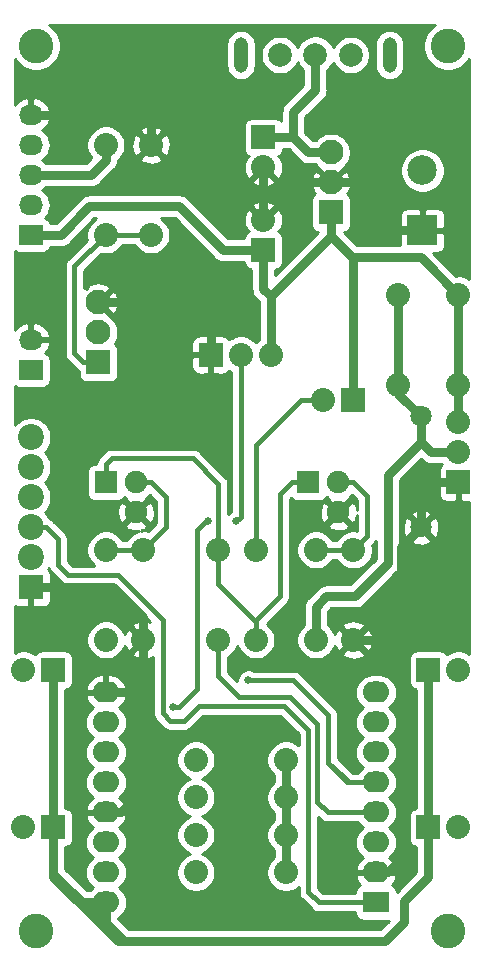
<source format=gbr>
G04 #@! TF.GenerationSoftware,KiCad,Pcbnew,(5.1.10)-1*
G04 #@! TF.CreationDate,2021-07-19T17:30:23+01:00*
G04 #@! TF.ProjectId,WildlifeCamera_PCB,57696c64-6c69-4666-9543-616d6572615f,rev?*
G04 #@! TF.SameCoordinates,PX5d42830PY7b89fa0*
G04 #@! TF.FileFunction,Copper,L1,Top*
G04 #@! TF.FilePolarity,Positive*
%FSLAX46Y46*%
G04 Gerber Fmt 4.6, Leading zero omitted, Abs format (unit mm)*
G04 Created by KiCad (PCBNEW (5.1.10)-1) date 2021-07-19 17:30:23*
%MOMM*%
%LPD*%
G01*
G04 APERTURE LIST*
G04 #@! TA.AperFunction,ComponentPad*
%ADD10C,2.934700*%
G04 #@! TD*
G04 #@! TA.AperFunction,ComponentPad*
%ADD11O,2.286000X1.778000*%
G04 #@! TD*
G04 #@! TA.AperFunction,ComponentPad*
%ADD12R,2.286000X1.778000*%
G04 #@! TD*
G04 #@! TA.AperFunction,ComponentPad*
%ADD13R,2.100580X2.100580*%
G04 #@! TD*
G04 #@! TA.AperFunction,ComponentPad*
%ADD14C,2.199640*%
G04 #@! TD*
G04 #@! TA.AperFunction,ComponentPad*
%ADD15C,2.032000*%
G04 #@! TD*
G04 #@! TA.AperFunction,ComponentPad*
%ADD16C,2.000000*%
G04 #@! TD*
G04 #@! TA.AperFunction,ComponentPad*
%ADD17O,1.200000X3.000000*%
G04 #@! TD*
G04 #@! TA.AperFunction,ComponentPad*
%ADD18C,1.800000*%
G04 #@! TD*
G04 #@! TA.AperFunction,ComponentPad*
%ADD19R,2.032000X2.032000*%
G04 #@! TD*
G04 #@! TA.AperFunction,ComponentPad*
%ADD20R,2.032000X1.727200*%
G04 #@! TD*
G04 #@! TA.AperFunction,ComponentPad*
%ADD21O,2.032000X1.727200*%
G04 #@! TD*
G04 #@! TA.AperFunction,ComponentPad*
%ADD22C,2.100580*%
G04 #@! TD*
G04 #@! TA.AperFunction,ComponentPad*
%ADD23C,1.905000*%
G04 #@! TD*
G04 #@! TA.AperFunction,ComponentPad*
%ADD24R,1.905000X1.905000*%
G04 #@! TD*
G04 #@! TA.AperFunction,ComponentPad*
%ADD25R,2.499360X2.499360*%
G04 #@! TD*
G04 #@! TA.AperFunction,ComponentPad*
%ADD26C,2.499360*%
G04 #@! TD*
G04 #@! TA.AperFunction,ViaPad*
%ADD27C,0.635000*%
G04 #@! TD*
G04 #@! TA.AperFunction,Conductor*
%ADD28C,0.762000*%
G04 #@! TD*
G04 #@! TA.AperFunction,Conductor*
%ADD29C,0.400000*%
G04 #@! TD*
G04 #@! TA.AperFunction,Conductor*
%ADD30C,0.254000*%
G04 #@! TD*
G04 #@! TA.AperFunction,Conductor*
%ADD31C,0.100000*%
G04 #@! TD*
G04 APERTURE END LIST*
D10*
X4857374Y80137000D03*
X39751000Y80137000D03*
X39751000Y5243375D03*
X4857374Y5243375D03*
D11*
X10795000Y12700000D03*
X10795000Y15240000D03*
X10795000Y17780000D03*
X10795000Y20320000D03*
X10795000Y22860000D03*
X10795000Y25400000D03*
X33655000Y25400000D03*
X33655000Y22860000D03*
X33655000Y20320000D03*
X33655000Y17780000D03*
X33655000Y15240000D03*
X33655000Y12700000D03*
X33655000Y10160000D03*
D12*
X33655000Y7620000D03*
D11*
X10795000Y10160000D03*
X10795000Y7620000D03*
D13*
X4445000Y34290000D03*
D14*
X4445000Y36830000D03*
X4445000Y39370000D03*
X4445000Y41910000D03*
X4445000Y44450000D03*
X4445000Y46990000D03*
D15*
X20320000Y37465000D03*
X20320000Y29845000D03*
D16*
X28532620Y79400400D03*
X25525000Y79375000D03*
X31525000Y79375000D03*
D17*
X22225000Y79375000D03*
X34825000Y79375000D03*
D18*
X37465000Y48768000D03*
X37465000Y39370000D03*
D19*
X31750000Y50165000D03*
D15*
X29210000Y50165000D03*
D20*
X4445000Y52705000D03*
D21*
X4445000Y55245000D03*
D15*
X23495000Y37465000D03*
X23495000Y29845000D03*
X40640000Y51435000D03*
X35560000Y51435000D03*
X40640000Y59055000D03*
X35560000Y59055000D03*
X24130000Y69850000D03*
D19*
X24130000Y72390000D03*
X24130000Y62865000D03*
D15*
X24130000Y65405000D03*
D22*
X29845000Y68580000D03*
X29845000Y71120000D03*
D13*
X29845000Y66040000D03*
D15*
X3810000Y27305000D03*
D19*
X6350000Y27305000D03*
X6350000Y13970000D03*
D15*
X3810000Y13970000D03*
X40640000Y27305000D03*
D19*
X38100000Y27305000D03*
X38100000Y13970000D03*
D15*
X40640000Y13970000D03*
X18415000Y19685000D03*
X26035000Y19685000D03*
X26035000Y16510000D03*
X18415000Y16510000D03*
X18415000Y13335000D03*
X26035000Y13335000D03*
X26035000Y10160000D03*
X18415000Y10160000D03*
D20*
X4445000Y64135000D03*
D21*
X4445000Y66675000D03*
X4445000Y69215000D03*
X4445000Y71755000D03*
X4445000Y74295000D03*
D22*
X10160000Y58420000D03*
X10160000Y55880000D03*
D13*
X10160000Y53340000D03*
D15*
X10795000Y37465000D03*
X10795000Y29845000D03*
X13970000Y37465000D03*
X13970000Y29845000D03*
X28575000Y29845000D03*
X28575000Y37465000D03*
X31750000Y29845000D03*
X31750000Y37465000D03*
X10795000Y71755000D03*
X10795000Y64135000D03*
X14605000Y64135000D03*
X14605000Y71755000D03*
D19*
X19685000Y53975000D03*
D15*
X22225000Y53975000D03*
X24765000Y53975000D03*
D23*
X13335000Y40640000D03*
X13335000Y43180000D03*
D24*
X10795000Y43180000D03*
X27940000Y43180000D03*
D23*
X30480000Y43180000D03*
X30480000Y40640000D03*
D25*
X37592000Y64516000D03*
D26*
X37592000Y69596000D03*
D19*
X40640000Y43180000D03*
D15*
X40640000Y45720000D03*
X40640000Y48260000D03*
D27*
X24384000Y23114000D03*
X19431000Y39878000D03*
X21844000Y39878000D03*
X16510000Y24130000D03*
X22860000Y26416000D03*
D28*
X37592000Y64516000D02*
X34798000Y64516000D01*
X34798000Y64516000D02*
X33528000Y65786000D01*
X33528000Y65786000D02*
X33528000Y67818000D01*
X32766000Y68580000D02*
X29845000Y68580000D01*
X33528000Y67818000D02*
X32766000Y68580000D01*
X27686000Y68580000D02*
X27051000Y67945000D01*
X22479000Y67945000D02*
X16129000Y74295000D01*
X29845000Y68580000D02*
X27686000Y68580000D01*
X14605000Y74041000D02*
X14351000Y74295000D01*
X14605000Y71755000D02*
X14605000Y74041000D01*
X14351000Y74295000D02*
X4445000Y74295000D01*
X16129000Y74295000D02*
X14351000Y74295000D01*
X24130000Y65405000D02*
X24130000Y67945000D01*
X24130000Y67945000D02*
X22479000Y67945000D01*
X27051000Y67945000D02*
X24130000Y67945000D01*
X24130000Y69850000D02*
X24130000Y67945000D01*
X10160000Y58420000D02*
X17526000Y58420000D01*
X17526000Y58420000D02*
X19685000Y56261000D01*
X19685000Y56261000D02*
X19685000Y53975000D01*
X10795000Y15240000D02*
X12065000Y15240000D01*
X12065000Y15240000D02*
X13970000Y17145000D01*
X13970000Y27305000D02*
X13970000Y29845000D01*
X13970000Y25273000D02*
X13970000Y27305000D01*
X13843000Y25400000D02*
X13970000Y25273000D01*
X10795000Y25400000D02*
X13843000Y25400000D01*
X4445000Y34290000D02*
X11430000Y34290000D01*
X11430000Y34290000D02*
X13970000Y31750000D01*
X13970000Y31750000D02*
X13970000Y29845000D01*
X33655000Y10160000D02*
X34671000Y10160000D01*
X35814000Y11303000D02*
X35814000Y29972000D01*
X34671000Y10160000D02*
X35814000Y11303000D01*
X35814000Y37719000D02*
X37465000Y39370000D01*
X35814000Y29972000D02*
X35814000Y37719000D01*
X35687000Y29845000D02*
X35814000Y29972000D01*
X31750000Y29845000D02*
X35687000Y29845000D01*
X37465000Y39370000D02*
X37465000Y42164000D01*
X37465000Y42164000D02*
X38481000Y43180000D01*
X38481000Y43180000D02*
X40640000Y43180000D01*
X13970000Y17145000D02*
X13970000Y21717000D01*
X13970000Y21717000D02*
X22987000Y21717000D01*
X22987000Y21717000D02*
X24384000Y23114000D01*
X13970000Y21717000D02*
X13970000Y25273000D01*
X24130000Y72390000D02*
X26670000Y72390000D01*
X27940000Y71120000D02*
X29845000Y71120000D01*
X26670000Y72390000D02*
X27940000Y71120000D01*
X26670000Y72390000D02*
X26670000Y74549000D01*
X28532620Y76411620D02*
X28532620Y79400400D01*
X26670000Y74549000D02*
X28532620Y76411620D01*
X29845000Y66040000D02*
X29845000Y64008000D01*
X24765000Y58928000D02*
X24765000Y53975000D01*
X29845000Y64008000D02*
X24765000Y58928000D01*
X24130000Y59563000D02*
X24765000Y58928000D01*
X24130000Y62865000D02*
X24130000Y59563000D01*
X4445000Y64135000D02*
X6985000Y64135000D01*
X6985000Y64135000D02*
X9398000Y66548000D01*
X9398000Y66548000D02*
X17018000Y66548000D01*
X20701000Y62865000D02*
X24130000Y62865000D01*
X17018000Y66548000D02*
X20701000Y62865000D01*
X40640000Y59055000D02*
X37465000Y62230000D01*
X31623000Y62230000D02*
X29845000Y64008000D01*
X37465000Y62230000D02*
X31623000Y62230000D01*
X40640000Y51435000D02*
X40640000Y59055000D01*
X40640000Y48260000D02*
X40640000Y51435000D01*
X31750000Y62103000D02*
X31623000Y62230000D01*
X31750000Y50165000D02*
X31750000Y62103000D01*
X6350000Y13970000D02*
X6350000Y10033000D01*
X8763000Y7620000D02*
X10795000Y7620000D01*
X6350000Y10033000D02*
X8763000Y7620000D01*
X10795000Y7620000D02*
X10795000Y5842000D01*
X34417000Y4318000D02*
X36068000Y5969000D01*
X36068000Y5969000D02*
X36068000Y7747000D01*
X38100000Y9779000D02*
X38100000Y13970000D01*
X36068000Y7747000D02*
X38100000Y9779000D01*
X38100000Y13970000D02*
X38100000Y27305000D01*
X6350000Y27305000D02*
X6350000Y13970000D01*
X9017000Y7620000D02*
X11303000Y5334000D01*
X8763000Y7620000D02*
X9017000Y7620000D01*
X11303000Y5334000D02*
X12319000Y4318000D01*
X10795000Y5842000D02*
X11303000Y5334000D01*
X6350000Y10033000D02*
X6350000Y9779000D01*
X11811000Y4318000D02*
X12700000Y4318000D01*
X6350000Y9779000D02*
X11811000Y4318000D01*
X12700000Y4318000D02*
X34417000Y4318000D01*
X12319000Y4318000D02*
X12700000Y4318000D01*
D29*
X19304000Y39878000D02*
X19431000Y39878000D01*
X18542000Y39116000D02*
X19304000Y39878000D01*
X21844000Y39878000D02*
X22225000Y40259000D01*
X22225000Y40259000D02*
X22225000Y53975000D01*
X16510000Y24130000D02*
X17018000Y24130000D01*
X18542000Y25654000D02*
X18542000Y36068000D01*
X17018000Y24130000D02*
X18542000Y25654000D01*
X18542000Y36068000D02*
X18542000Y39116000D01*
D28*
X35560000Y51435000D02*
X35560000Y59055000D01*
X35560000Y50673000D02*
X37465000Y48768000D01*
X35560000Y51435000D02*
X35560000Y50673000D01*
X37465000Y48768000D02*
X37465000Y46609000D01*
X38354000Y45720000D02*
X40640000Y45720000D01*
X37465000Y46609000D02*
X38354000Y45720000D01*
X28575000Y29845000D02*
X28575000Y32639000D01*
X28575000Y32639000D02*
X29464000Y33528000D01*
X29464000Y33528000D02*
X31877000Y33528000D01*
X31877000Y33528000D02*
X34671000Y36322000D01*
X34671000Y43815000D02*
X37465000Y46609000D01*
X34671000Y36322000D02*
X34671000Y43815000D01*
D29*
X23495000Y37465000D02*
X23495000Y46355000D01*
X27305000Y50165000D02*
X29210000Y50165000D01*
X23495000Y46355000D02*
X27305000Y50165000D01*
D28*
X4445000Y69215000D02*
X9525000Y69215000D01*
X10795000Y70485000D02*
X10795000Y71755000D01*
X9525000Y69215000D02*
X10795000Y70485000D01*
D29*
X33655000Y17780000D02*
X31369000Y17780000D01*
X31369000Y17780000D02*
X29972000Y19177000D01*
X33655000Y17780000D02*
X31242000Y17780000D01*
X31242000Y17780000D02*
X29591000Y19431000D01*
X29591000Y19431000D02*
X29591000Y23495000D01*
X29591000Y23495000D02*
X26670000Y26416000D01*
X26670000Y26416000D02*
X22860000Y26416000D01*
X28829000Y7620000D02*
X33655000Y7620000D01*
X27940000Y8509000D02*
X28829000Y7620000D01*
X4445000Y39370000D02*
X5715000Y39370000D01*
X15621000Y23622000D02*
X16256000Y22987000D01*
X5715000Y39370000D02*
X6731000Y38354000D01*
X6731000Y38354000D02*
X6731000Y36195000D01*
X6731000Y36195000D02*
X7620000Y35306000D01*
X7620000Y35306000D02*
X11811000Y35306000D01*
X11811000Y35306000D02*
X15621000Y31496000D01*
X16256000Y22987000D02*
X17399000Y22987000D01*
X15621000Y31496000D02*
X15621000Y23622000D01*
X17399000Y22987000D02*
X18669000Y24257000D01*
X18669000Y24257000D02*
X25908000Y24257000D01*
X25908000Y24257000D02*
X27940000Y22225000D01*
X27940000Y22225000D02*
X27940000Y8509000D01*
X23495000Y29845000D02*
X23495000Y31369000D01*
X20320000Y34544000D02*
X20320000Y37465000D01*
X23495000Y31369000D02*
X20320000Y34544000D01*
X10795000Y43180000D02*
X10795000Y44196000D01*
X20320000Y37465000D02*
X20320000Y43053000D01*
X20320000Y43053000D02*
X18161000Y45212000D01*
X18161000Y45212000D02*
X11303000Y45212000D01*
X10795000Y44704000D02*
X10795000Y43180000D01*
X11303000Y45212000D02*
X10795000Y44704000D01*
X23495000Y29845000D02*
X23495000Y31496000D01*
X23495000Y31496000D02*
X25527000Y33528000D01*
X25527000Y33528000D02*
X25527000Y42164000D01*
X26543000Y43180000D02*
X27940000Y43180000D01*
X25527000Y42164000D02*
X26543000Y43180000D01*
X26035000Y10160000D02*
X26035000Y13335000D01*
X26035000Y13335000D02*
X26035000Y16510000D01*
X26035000Y16510000D02*
X26035000Y19685000D01*
D28*
X26035000Y19685000D02*
X26035000Y10160000D01*
D29*
X10795000Y64135000D02*
X14605000Y64135000D01*
X10160000Y53340000D02*
X8890000Y53340000D01*
X8890000Y53340000D02*
X8128000Y54102000D01*
X8128000Y61468000D02*
X10795000Y64135000D01*
X8128000Y54102000D02*
X8128000Y61468000D01*
X33655000Y15240000D02*
X29591000Y15240000D01*
X29591000Y15240000D02*
X28702000Y16129000D01*
X28702000Y16129000D02*
X28702000Y22733000D01*
X28702000Y22733000D02*
X26416000Y25019000D01*
X26416000Y25019000D02*
X22098000Y25019000D01*
X20320000Y26797000D02*
X20320000Y29845000D01*
X22098000Y25019000D02*
X20320000Y26797000D01*
X10795000Y37465000D02*
X13970000Y37465000D01*
X13970000Y37465000D02*
X15875000Y39370000D01*
X15875000Y39370000D02*
X15875000Y41910000D01*
X14605000Y43180000D02*
X13335000Y43180000D01*
X15875000Y41910000D02*
X14605000Y43180000D01*
X28575000Y37465000D02*
X31750000Y37465000D01*
X31750000Y37465000D02*
X32893000Y38608000D01*
X32893000Y38608000D02*
X32893000Y42037000D01*
X31750000Y43180000D02*
X30480000Y43180000D01*
X32893000Y42037000D02*
X31750000Y43180000D01*
D30*
X5955828Y35873914D02*
X6033364Y35728855D01*
X6056907Y35700168D01*
X6137710Y35601709D01*
X6169574Y35575559D01*
X7000563Y34744568D01*
X7026709Y34712709D01*
X7058568Y34686563D01*
X7058570Y34686561D01*
X7153854Y34608364D01*
X7298913Y34530828D01*
X7456311Y34483082D01*
X7620000Y34466960D01*
X7661018Y34471000D01*
X11465133Y34471000D01*
X14531717Y31404414D01*
X14232656Y31483064D01*
X13908038Y31502831D01*
X13585802Y31458888D01*
X13278330Y31352924D01*
X13100478Y31257860D01*
X13002782Y30991823D01*
X13970000Y30024605D01*
X13984143Y30038747D01*
X14163748Y29859142D01*
X14149605Y29845000D01*
X14163748Y29830857D01*
X13984143Y29651252D01*
X13970000Y29665395D01*
X13002782Y28698177D01*
X13100478Y28432140D01*
X13392821Y28289652D01*
X13707344Y28206936D01*
X14031962Y28187169D01*
X14354198Y28231112D01*
X14661670Y28337076D01*
X14786000Y28403532D01*
X14786001Y23663029D01*
X14781960Y23622000D01*
X14798082Y23458312D01*
X14845828Y23300914D01*
X14923364Y23155855D01*
X14946907Y23127168D01*
X15027710Y23028709D01*
X15059573Y23002559D01*
X15636562Y22425569D01*
X15662709Y22393709D01*
X15789854Y22289364D01*
X15934913Y22211828D01*
X16092311Y22164082D01*
X16214981Y22152000D01*
X16214982Y22152000D01*
X16256000Y22147960D01*
X16297018Y22152000D01*
X17357982Y22152000D01*
X17399000Y22147960D01*
X17440018Y22152000D01*
X17440019Y22152000D01*
X17562689Y22164082D01*
X17720087Y22211828D01*
X17865146Y22289364D01*
X17992291Y22393709D01*
X18018446Y22425579D01*
X19014868Y23422000D01*
X25562133Y23422000D01*
X27105000Y21879131D01*
X27105000Y20949866D01*
X27087451Y20967415D01*
X26817042Y21148097D01*
X26516579Y21272553D01*
X26197609Y21336000D01*
X25872391Y21336000D01*
X25553421Y21272553D01*
X25252958Y21148097D01*
X24982549Y20967415D01*
X24752585Y20737451D01*
X24571903Y20467042D01*
X24447447Y20166579D01*
X24384000Y19847609D01*
X24384000Y19522391D01*
X24447447Y19203421D01*
X24571903Y18902958D01*
X24752585Y18632549D01*
X24982549Y18402585D01*
X25019000Y18378229D01*
X25019000Y17816771D01*
X24982549Y17792415D01*
X24752585Y17562451D01*
X24571903Y17292042D01*
X24447447Y16991579D01*
X24384000Y16672609D01*
X24384000Y16347391D01*
X24447447Y16028421D01*
X24571903Y15727958D01*
X24752585Y15457549D01*
X24982549Y15227585D01*
X25019000Y15203229D01*
X25019001Y14641771D01*
X24982549Y14617415D01*
X24752585Y14387451D01*
X24571903Y14117042D01*
X24447447Y13816579D01*
X24384000Y13497609D01*
X24384000Y13172391D01*
X24447447Y12853421D01*
X24571903Y12552958D01*
X24752585Y12282549D01*
X24982549Y12052585D01*
X25019001Y12028229D01*
X25019001Y11466771D01*
X24982549Y11442415D01*
X24752585Y11212451D01*
X24571903Y10942042D01*
X24447447Y10641579D01*
X24384000Y10322609D01*
X24384000Y9997391D01*
X24447447Y9678421D01*
X24571903Y9377958D01*
X24752585Y9107549D01*
X24982549Y8877585D01*
X25252958Y8696903D01*
X25553421Y8572447D01*
X25872391Y8509000D01*
X26197609Y8509000D01*
X26516579Y8572447D01*
X26817042Y8696903D01*
X27087451Y8877585D01*
X27105001Y8895135D01*
X27105001Y8550029D01*
X27100960Y8509000D01*
X27117082Y8345312D01*
X27164828Y8187914D01*
X27242364Y8042855D01*
X27242365Y8042854D01*
X27346710Y7915709D01*
X27378574Y7889559D01*
X28209563Y7058568D01*
X28235709Y7026709D01*
X28267568Y7000563D01*
X28267570Y7000561D01*
X28304446Y6970298D01*
X28362854Y6922364D01*
X28507913Y6844828D01*
X28665311Y6797082D01*
X28785941Y6785201D01*
X28829000Y6780960D01*
X28870018Y6785000D01*
X31873928Y6785000D01*
X31873928Y6731000D01*
X31886188Y6606518D01*
X31922498Y6486820D01*
X31981463Y6376506D01*
X32060815Y6279815D01*
X32157506Y6200463D01*
X32267820Y6141498D01*
X32387518Y6105188D01*
X32512000Y6092928D01*
X34755087Y6092928D01*
X33996160Y5334000D01*
X12739841Y5334000D01*
X12056710Y6017130D01*
X12056706Y6017135D01*
X11811000Y6262841D01*
X11811000Y6299253D01*
X11899785Y6346710D01*
X12131844Y6537156D01*
X12322290Y6769215D01*
X12463804Y7033969D01*
X12550948Y7321244D01*
X12580373Y7620000D01*
X12550948Y7918756D01*
X12463804Y8206031D01*
X12322290Y8470785D01*
X12131844Y8702844D01*
X11903794Y8890000D01*
X12131844Y9077156D01*
X12322290Y9309215D01*
X12463804Y9573969D01*
X12550948Y9861244D01*
X12580373Y10160000D01*
X12550948Y10458756D01*
X12463804Y10746031D01*
X12322290Y11010785D01*
X12131844Y11242844D01*
X11903794Y11430000D01*
X12131844Y11617156D01*
X12322290Y11849215D01*
X12463804Y12113969D01*
X12550948Y12401244D01*
X12580373Y12700000D01*
X12550948Y12998756D01*
X12463804Y13286031D01*
X12322290Y13550785D01*
X12131844Y13782844D01*
X11899785Y13973290D01*
X11895998Y13975314D01*
X12001285Y14043398D01*
X12216433Y14252172D01*
X12386717Y14498908D01*
X12505593Y14774124D01*
X12529134Y14876987D01*
X12408330Y15113000D01*
X10922000Y15113000D01*
X10922000Y15093000D01*
X10668000Y15093000D01*
X10668000Y15113000D01*
X9181670Y15113000D01*
X9060866Y14876987D01*
X9084407Y14774124D01*
X9203283Y14498908D01*
X9373567Y14252172D01*
X9588715Y14043398D01*
X9694002Y13975314D01*
X9690215Y13973290D01*
X9458156Y13782844D01*
X9267710Y13550785D01*
X9126196Y13286031D01*
X9039052Y12998756D01*
X9009627Y12700000D01*
X9039052Y12401244D01*
X9126196Y12113969D01*
X9267710Y11849215D01*
X9458156Y11617156D01*
X9686206Y11430000D01*
X9458156Y11242844D01*
X9267710Y11010785D01*
X9126196Y10746031D01*
X9039052Y10458756D01*
X9009627Y10160000D01*
X9039052Y9861244D01*
X9126196Y9573969D01*
X9267710Y9309215D01*
X9458156Y9077156D01*
X9686206Y8890000D01*
X9458156Y8702844D01*
X9403299Y8636000D01*
X9183841Y8636000D01*
X7366000Y10453840D01*
X7366000Y12315928D01*
X7490482Y12328188D01*
X7610180Y12364498D01*
X7720494Y12423463D01*
X7817185Y12502815D01*
X7896537Y12599506D01*
X7955502Y12709820D01*
X7991812Y12829518D01*
X8004072Y12954000D01*
X8004072Y14986000D01*
X7991812Y15110482D01*
X7955502Y15230180D01*
X7896537Y15340494D01*
X7817185Y15437185D01*
X7720494Y15516537D01*
X7610180Y15575502D01*
X7490482Y15611812D01*
X7366000Y15624072D01*
X7366000Y22860000D01*
X9009627Y22860000D01*
X9039052Y22561244D01*
X9126196Y22273969D01*
X9267710Y22009215D01*
X9458156Y21777156D01*
X9686206Y21590000D01*
X9458156Y21402844D01*
X9267710Y21170785D01*
X9126196Y20906031D01*
X9039052Y20618756D01*
X9009627Y20320000D01*
X9039052Y20021244D01*
X9126196Y19733969D01*
X9267710Y19469215D01*
X9458156Y19237156D01*
X9686206Y19050000D01*
X9458156Y18862844D01*
X9267710Y18630785D01*
X9126196Y18366031D01*
X9039052Y18078756D01*
X9009627Y17780000D01*
X9039052Y17481244D01*
X9126196Y17193969D01*
X9267710Y16929215D01*
X9458156Y16697156D01*
X9690215Y16506710D01*
X9694002Y16504686D01*
X9588715Y16436602D01*
X9373567Y16227828D01*
X9203283Y15981092D01*
X9084407Y15705876D01*
X9060866Y15603013D01*
X9181670Y15367000D01*
X10668000Y15367000D01*
X10668000Y15387000D01*
X10922000Y15387000D01*
X10922000Y15367000D01*
X12408330Y15367000D01*
X12529134Y15603013D01*
X12505593Y15705876D01*
X12386717Y15981092D01*
X12216433Y16227828D01*
X12001285Y16436602D01*
X11895998Y16504686D01*
X11899785Y16506710D01*
X12131844Y16697156D01*
X12322290Y16929215D01*
X12463804Y17193969D01*
X12550948Y17481244D01*
X12580373Y17780000D01*
X12550948Y18078756D01*
X12463804Y18366031D01*
X12322290Y18630785D01*
X12131844Y18862844D01*
X11903794Y19050000D01*
X12131844Y19237156D01*
X12322290Y19469215D01*
X12463804Y19733969D01*
X12498276Y19847609D01*
X16764000Y19847609D01*
X16764000Y19522391D01*
X16827447Y19203421D01*
X16951903Y18902958D01*
X17132585Y18632549D01*
X17362549Y18402585D01*
X17632958Y18221903D01*
X17933293Y18097500D01*
X17632958Y17973097D01*
X17362549Y17792415D01*
X17132585Y17562451D01*
X16951903Y17292042D01*
X16827447Y16991579D01*
X16764000Y16672609D01*
X16764000Y16347391D01*
X16827447Y16028421D01*
X16951903Y15727958D01*
X17132585Y15457549D01*
X17362549Y15227585D01*
X17632958Y15046903D01*
X17933293Y14922500D01*
X17632958Y14798097D01*
X17362549Y14617415D01*
X17132585Y14387451D01*
X16951903Y14117042D01*
X16827447Y13816579D01*
X16764000Y13497609D01*
X16764000Y13172391D01*
X16827447Y12853421D01*
X16951903Y12552958D01*
X17132585Y12282549D01*
X17362549Y12052585D01*
X17632958Y11871903D01*
X17933293Y11747500D01*
X17632958Y11623097D01*
X17362549Y11442415D01*
X17132585Y11212451D01*
X16951903Y10942042D01*
X16827447Y10641579D01*
X16764000Y10322609D01*
X16764000Y9997391D01*
X16827447Y9678421D01*
X16951903Y9377958D01*
X17132585Y9107549D01*
X17362549Y8877585D01*
X17632958Y8696903D01*
X17933421Y8572447D01*
X18252391Y8509000D01*
X18577609Y8509000D01*
X18896579Y8572447D01*
X19197042Y8696903D01*
X19467451Y8877585D01*
X19697415Y9107549D01*
X19878097Y9377958D01*
X20002553Y9678421D01*
X20066000Y9997391D01*
X20066000Y10322609D01*
X20002553Y10641579D01*
X19878097Y10942042D01*
X19697415Y11212451D01*
X19467451Y11442415D01*
X19197042Y11623097D01*
X18896707Y11747500D01*
X19197042Y11871903D01*
X19467451Y12052585D01*
X19697415Y12282549D01*
X19878097Y12552958D01*
X20002553Y12853421D01*
X20066000Y13172391D01*
X20066000Y13497609D01*
X20002553Y13816579D01*
X19878097Y14117042D01*
X19697415Y14387451D01*
X19467451Y14617415D01*
X19197042Y14798097D01*
X18896707Y14922500D01*
X19197042Y15046903D01*
X19467451Y15227585D01*
X19697415Y15457549D01*
X19878097Y15727958D01*
X20002553Y16028421D01*
X20066000Y16347391D01*
X20066000Y16672609D01*
X20002553Y16991579D01*
X19878097Y17292042D01*
X19697415Y17562451D01*
X19467451Y17792415D01*
X19197042Y17973097D01*
X18896707Y18097500D01*
X19197042Y18221903D01*
X19467451Y18402585D01*
X19697415Y18632549D01*
X19878097Y18902958D01*
X20002553Y19203421D01*
X20066000Y19522391D01*
X20066000Y19847609D01*
X20002553Y20166579D01*
X19878097Y20467042D01*
X19697415Y20737451D01*
X19467451Y20967415D01*
X19197042Y21148097D01*
X18896579Y21272553D01*
X18577609Y21336000D01*
X18252391Y21336000D01*
X17933421Y21272553D01*
X17632958Y21148097D01*
X17362549Y20967415D01*
X17132585Y20737451D01*
X16951903Y20467042D01*
X16827447Y20166579D01*
X16764000Y19847609D01*
X12498276Y19847609D01*
X12550948Y20021244D01*
X12580373Y20320000D01*
X12550948Y20618756D01*
X12463804Y20906031D01*
X12322290Y21170785D01*
X12131844Y21402844D01*
X11903794Y21590000D01*
X12131844Y21777156D01*
X12322290Y22009215D01*
X12463804Y22273969D01*
X12550948Y22561244D01*
X12580373Y22860000D01*
X12550948Y23158756D01*
X12463804Y23446031D01*
X12322290Y23710785D01*
X12131844Y23942844D01*
X11899785Y24133290D01*
X11895998Y24135314D01*
X12001285Y24203398D01*
X12216433Y24412172D01*
X12386717Y24658908D01*
X12505593Y24934124D01*
X12529134Y25036987D01*
X12408330Y25273000D01*
X10922000Y25273000D01*
X10922000Y25253000D01*
X10668000Y25253000D01*
X10668000Y25273000D01*
X9181670Y25273000D01*
X9060866Y25036987D01*
X9084407Y24934124D01*
X9203283Y24658908D01*
X9373567Y24412172D01*
X9588715Y24203398D01*
X9694002Y24135314D01*
X9690215Y24133290D01*
X9458156Y23942844D01*
X9267710Y23710785D01*
X9126196Y23446031D01*
X9039052Y23158756D01*
X9009627Y22860000D01*
X7366000Y22860000D01*
X7366000Y25650928D01*
X7490482Y25663188D01*
X7610180Y25699498D01*
X7720494Y25758463D01*
X7726038Y25763013D01*
X9060866Y25763013D01*
X9181670Y25527000D01*
X10668000Y25527000D01*
X10668000Y26924000D01*
X10922000Y26924000D01*
X10922000Y25527000D01*
X12408330Y25527000D01*
X12529134Y25763013D01*
X12505593Y25865876D01*
X12386717Y26141092D01*
X12216433Y26387828D01*
X12001285Y26596602D01*
X11749542Y26759391D01*
X11470877Y26869940D01*
X11176000Y26924000D01*
X10922000Y26924000D01*
X10668000Y26924000D01*
X10414000Y26924000D01*
X10119123Y26869940D01*
X9840458Y26759391D01*
X9588715Y26596602D01*
X9373567Y26387828D01*
X9203283Y26141092D01*
X9084407Y25865876D01*
X9060866Y25763013D01*
X7726038Y25763013D01*
X7817185Y25837815D01*
X7896537Y25934506D01*
X7955502Y26044820D01*
X7991812Y26164518D01*
X8004072Y26289000D01*
X8004072Y28321000D01*
X7991812Y28445482D01*
X7955502Y28565180D01*
X7896537Y28675494D01*
X7817185Y28772185D01*
X7720494Y28851537D01*
X7610180Y28910502D01*
X7490482Y28946812D01*
X7366000Y28959072D01*
X5334000Y28959072D01*
X5209518Y28946812D01*
X5089820Y28910502D01*
X4979506Y28851537D01*
X4882815Y28772185D01*
X4803463Y28675494D01*
X4784296Y28639636D01*
X4592042Y28768097D01*
X4291579Y28892553D01*
X3972609Y28956000D01*
X3647391Y28956000D01*
X3328421Y28892553D01*
X3059781Y28781279D01*
X3059781Y30007609D01*
X9144000Y30007609D01*
X9144000Y29682391D01*
X9207447Y29363421D01*
X9331903Y29062958D01*
X9512585Y28792549D01*
X9742549Y28562585D01*
X10012958Y28381903D01*
X10313421Y28257447D01*
X10632391Y28194000D01*
X10957609Y28194000D01*
X11276579Y28257447D01*
X11577042Y28381903D01*
X11847451Y28562585D01*
X12077415Y28792549D01*
X12258097Y29062958D01*
X12382553Y29363421D01*
X12385158Y29376519D01*
X12462076Y29153330D01*
X12557140Y28975478D01*
X12823177Y28877782D01*
X13790395Y29845000D01*
X12823177Y30812218D01*
X12557140Y30714522D01*
X12414652Y30422179D01*
X12385549Y30311517D01*
X12382553Y30326579D01*
X12258097Y30627042D01*
X12077415Y30897451D01*
X11847451Y31127415D01*
X11577042Y31308097D01*
X11276579Y31432553D01*
X10957609Y31496000D01*
X10632391Y31496000D01*
X10313421Y31432553D01*
X10012958Y31308097D01*
X9742549Y31127415D01*
X9512585Y30897451D01*
X9331903Y30627042D01*
X9207447Y30326579D01*
X9144000Y30007609D01*
X3059781Y30007609D01*
X3059781Y32698715D01*
X3150530Y32650208D01*
X3270228Y32613898D01*
X3394710Y32601638D01*
X4159250Y32604710D01*
X4318000Y32763460D01*
X4318000Y34163000D01*
X4572000Y34163000D01*
X4572000Y32763460D01*
X4730750Y32604710D01*
X5495290Y32601638D01*
X5619772Y32613898D01*
X5739470Y32650208D01*
X5849784Y32709173D01*
X5946475Y32788525D01*
X6025827Y32885216D01*
X6084792Y32995530D01*
X6121102Y33115228D01*
X6133362Y33239710D01*
X6130290Y34004250D01*
X5971540Y34163000D01*
X4572000Y34163000D01*
X4318000Y34163000D01*
X4298000Y34163000D01*
X4298000Y34417000D01*
X4318000Y34417000D01*
X4318000Y34437000D01*
X4572000Y34437000D01*
X4572000Y34417000D01*
X5971540Y34417000D01*
X6130290Y34575750D01*
X6133362Y35340290D01*
X6121102Y35464772D01*
X6084792Y35584470D01*
X6025827Y35694784D01*
X5946475Y35791475D01*
X5876113Y35849219D01*
X5936090Y35938981D01*
X5955828Y35873914D01*
G04 #@! TA.AperFunction,Conductor*
D31*
G36*
X5955828Y35873914D02*
G01*
X6033364Y35728855D01*
X6056907Y35700168D01*
X6137710Y35601709D01*
X6169574Y35575559D01*
X7000563Y34744568D01*
X7026709Y34712709D01*
X7058568Y34686563D01*
X7058570Y34686561D01*
X7153854Y34608364D01*
X7298913Y34530828D01*
X7456311Y34483082D01*
X7620000Y34466960D01*
X7661018Y34471000D01*
X11465133Y34471000D01*
X14531717Y31404414D01*
X14232656Y31483064D01*
X13908038Y31502831D01*
X13585802Y31458888D01*
X13278330Y31352924D01*
X13100478Y31257860D01*
X13002782Y30991823D01*
X13970000Y30024605D01*
X13984143Y30038747D01*
X14163748Y29859142D01*
X14149605Y29845000D01*
X14163748Y29830857D01*
X13984143Y29651252D01*
X13970000Y29665395D01*
X13002782Y28698177D01*
X13100478Y28432140D01*
X13392821Y28289652D01*
X13707344Y28206936D01*
X14031962Y28187169D01*
X14354198Y28231112D01*
X14661670Y28337076D01*
X14786000Y28403532D01*
X14786001Y23663029D01*
X14781960Y23622000D01*
X14798082Y23458312D01*
X14845828Y23300914D01*
X14923364Y23155855D01*
X14946907Y23127168D01*
X15027710Y23028709D01*
X15059573Y23002559D01*
X15636562Y22425569D01*
X15662709Y22393709D01*
X15789854Y22289364D01*
X15934913Y22211828D01*
X16092311Y22164082D01*
X16214981Y22152000D01*
X16214982Y22152000D01*
X16256000Y22147960D01*
X16297018Y22152000D01*
X17357982Y22152000D01*
X17399000Y22147960D01*
X17440018Y22152000D01*
X17440019Y22152000D01*
X17562689Y22164082D01*
X17720087Y22211828D01*
X17865146Y22289364D01*
X17992291Y22393709D01*
X18018446Y22425579D01*
X19014868Y23422000D01*
X25562133Y23422000D01*
X27105000Y21879131D01*
X27105000Y20949866D01*
X27087451Y20967415D01*
X26817042Y21148097D01*
X26516579Y21272553D01*
X26197609Y21336000D01*
X25872391Y21336000D01*
X25553421Y21272553D01*
X25252958Y21148097D01*
X24982549Y20967415D01*
X24752585Y20737451D01*
X24571903Y20467042D01*
X24447447Y20166579D01*
X24384000Y19847609D01*
X24384000Y19522391D01*
X24447447Y19203421D01*
X24571903Y18902958D01*
X24752585Y18632549D01*
X24982549Y18402585D01*
X25019000Y18378229D01*
X25019000Y17816771D01*
X24982549Y17792415D01*
X24752585Y17562451D01*
X24571903Y17292042D01*
X24447447Y16991579D01*
X24384000Y16672609D01*
X24384000Y16347391D01*
X24447447Y16028421D01*
X24571903Y15727958D01*
X24752585Y15457549D01*
X24982549Y15227585D01*
X25019000Y15203229D01*
X25019001Y14641771D01*
X24982549Y14617415D01*
X24752585Y14387451D01*
X24571903Y14117042D01*
X24447447Y13816579D01*
X24384000Y13497609D01*
X24384000Y13172391D01*
X24447447Y12853421D01*
X24571903Y12552958D01*
X24752585Y12282549D01*
X24982549Y12052585D01*
X25019001Y12028229D01*
X25019001Y11466771D01*
X24982549Y11442415D01*
X24752585Y11212451D01*
X24571903Y10942042D01*
X24447447Y10641579D01*
X24384000Y10322609D01*
X24384000Y9997391D01*
X24447447Y9678421D01*
X24571903Y9377958D01*
X24752585Y9107549D01*
X24982549Y8877585D01*
X25252958Y8696903D01*
X25553421Y8572447D01*
X25872391Y8509000D01*
X26197609Y8509000D01*
X26516579Y8572447D01*
X26817042Y8696903D01*
X27087451Y8877585D01*
X27105001Y8895135D01*
X27105001Y8550029D01*
X27100960Y8509000D01*
X27117082Y8345312D01*
X27164828Y8187914D01*
X27242364Y8042855D01*
X27242365Y8042854D01*
X27346710Y7915709D01*
X27378574Y7889559D01*
X28209563Y7058568D01*
X28235709Y7026709D01*
X28267568Y7000563D01*
X28267570Y7000561D01*
X28304446Y6970298D01*
X28362854Y6922364D01*
X28507913Y6844828D01*
X28665311Y6797082D01*
X28785941Y6785201D01*
X28829000Y6780960D01*
X28870018Y6785000D01*
X31873928Y6785000D01*
X31873928Y6731000D01*
X31886188Y6606518D01*
X31922498Y6486820D01*
X31981463Y6376506D01*
X32060815Y6279815D01*
X32157506Y6200463D01*
X32267820Y6141498D01*
X32387518Y6105188D01*
X32512000Y6092928D01*
X34755087Y6092928D01*
X33996160Y5334000D01*
X12739841Y5334000D01*
X12056710Y6017130D01*
X12056706Y6017135D01*
X11811000Y6262841D01*
X11811000Y6299253D01*
X11899785Y6346710D01*
X12131844Y6537156D01*
X12322290Y6769215D01*
X12463804Y7033969D01*
X12550948Y7321244D01*
X12580373Y7620000D01*
X12550948Y7918756D01*
X12463804Y8206031D01*
X12322290Y8470785D01*
X12131844Y8702844D01*
X11903794Y8890000D01*
X12131844Y9077156D01*
X12322290Y9309215D01*
X12463804Y9573969D01*
X12550948Y9861244D01*
X12580373Y10160000D01*
X12550948Y10458756D01*
X12463804Y10746031D01*
X12322290Y11010785D01*
X12131844Y11242844D01*
X11903794Y11430000D01*
X12131844Y11617156D01*
X12322290Y11849215D01*
X12463804Y12113969D01*
X12550948Y12401244D01*
X12580373Y12700000D01*
X12550948Y12998756D01*
X12463804Y13286031D01*
X12322290Y13550785D01*
X12131844Y13782844D01*
X11899785Y13973290D01*
X11895998Y13975314D01*
X12001285Y14043398D01*
X12216433Y14252172D01*
X12386717Y14498908D01*
X12505593Y14774124D01*
X12529134Y14876987D01*
X12408330Y15113000D01*
X10922000Y15113000D01*
X10922000Y15093000D01*
X10668000Y15093000D01*
X10668000Y15113000D01*
X9181670Y15113000D01*
X9060866Y14876987D01*
X9084407Y14774124D01*
X9203283Y14498908D01*
X9373567Y14252172D01*
X9588715Y14043398D01*
X9694002Y13975314D01*
X9690215Y13973290D01*
X9458156Y13782844D01*
X9267710Y13550785D01*
X9126196Y13286031D01*
X9039052Y12998756D01*
X9009627Y12700000D01*
X9039052Y12401244D01*
X9126196Y12113969D01*
X9267710Y11849215D01*
X9458156Y11617156D01*
X9686206Y11430000D01*
X9458156Y11242844D01*
X9267710Y11010785D01*
X9126196Y10746031D01*
X9039052Y10458756D01*
X9009627Y10160000D01*
X9039052Y9861244D01*
X9126196Y9573969D01*
X9267710Y9309215D01*
X9458156Y9077156D01*
X9686206Y8890000D01*
X9458156Y8702844D01*
X9403299Y8636000D01*
X9183841Y8636000D01*
X7366000Y10453840D01*
X7366000Y12315928D01*
X7490482Y12328188D01*
X7610180Y12364498D01*
X7720494Y12423463D01*
X7817185Y12502815D01*
X7896537Y12599506D01*
X7955502Y12709820D01*
X7991812Y12829518D01*
X8004072Y12954000D01*
X8004072Y14986000D01*
X7991812Y15110482D01*
X7955502Y15230180D01*
X7896537Y15340494D01*
X7817185Y15437185D01*
X7720494Y15516537D01*
X7610180Y15575502D01*
X7490482Y15611812D01*
X7366000Y15624072D01*
X7366000Y22860000D01*
X9009627Y22860000D01*
X9039052Y22561244D01*
X9126196Y22273969D01*
X9267710Y22009215D01*
X9458156Y21777156D01*
X9686206Y21590000D01*
X9458156Y21402844D01*
X9267710Y21170785D01*
X9126196Y20906031D01*
X9039052Y20618756D01*
X9009627Y20320000D01*
X9039052Y20021244D01*
X9126196Y19733969D01*
X9267710Y19469215D01*
X9458156Y19237156D01*
X9686206Y19050000D01*
X9458156Y18862844D01*
X9267710Y18630785D01*
X9126196Y18366031D01*
X9039052Y18078756D01*
X9009627Y17780000D01*
X9039052Y17481244D01*
X9126196Y17193969D01*
X9267710Y16929215D01*
X9458156Y16697156D01*
X9690215Y16506710D01*
X9694002Y16504686D01*
X9588715Y16436602D01*
X9373567Y16227828D01*
X9203283Y15981092D01*
X9084407Y15705876D01*
X9060866Y15603013D01*
X9181670Y15367000D01*
X10668000Y15367000D01*
X10668000Y15387000D01*
X10922000Y15387000D01*
X10922000Y15367000D01*
X12408330Y15367000D01*
X12529134Y15603013D01*
X12505593Y15705876D01*
X12386717Y15981092D01*
X12216433Y16227828D01*
X12001285Y16436602D01*
X11895998Y16504686D01*
X11899785Y16506710D01*
X12131844Y16697156D01*
X12322290Y16929215D01*
X12463804Y17193969D01*
X12550948Y17481244D01*
X12580373Y17780000D01*
X12550948Y18078756D01*
X12463804Y18366031D01*
X12322290Y18630785D01*
X12131844Y18862844D01*
X11903794Y19050000D01*
X12131844Y19237156D01*
X12322290Y19469215D01*
X12463804Y19733969D01*
X12498276Y19847609D01*
X16764000Y19847609D01*
X16764000Y19522391D01*
X16827447Y19203421D01*
X16951903Y18902958D01*
X17132585Y18632549D01*
X17362549Y18402585D01*
X17632958Y18221903D01*
X17933293Y18097500D01*
X17632958Y17973097D01*
X17362549Y17792415D01*
X17132585Y17562451D01*
X16951903Y17292042D01*
X16827447Y16991579D01*
X16764000Y16672609D01*
X16764000Y16347391D01*
X16827447Y16028421D01*
X16951903Y15727958D01*
X17132585Y15457549D01*
X17362549Y15227585D01*
X17632958Y15046903D01*
X17933293Y14922500D01*
X17632958Y14798097D01*
X17362549Y14617415D01*
X17132585Y14387451D01*
X16951903Y14117042D01*
X16827447Y13816579D01*
X16764000Y13497609D01*
X16764000Y13172391D01*
X16827447Y12853421D01*
X16951903Y12552958D01*
X17132585Y12282549D01*
X17362549Y12052585D01*
X17632958Y11871903D01*
X17933293Y11747500D01*
X17632958Y11623097D01*
X17362549Y11442415D01*
X17132585Y11212451D01*
X16951903Y10942042D01*
X16827447Y10641579D01*
X16764000Y10322609D01*
X16764000Y9997391D01*
X16827447Y9678421D01*
X16951903Y9377958D01*
X17132585Y9107549D01*
X17362549Y8877585D01*
X17632958Y8696903D01*
X17933421Y8572447D01*
X18252391Y8509000D01*
X18577609Y8509000D01*
X18896579Y8572447D01*
X19197042Y8696903D01*
X19467451Y8877585D01*
X19697415Y9107549D01*
X19878097Y9377958D01*
X20002553Y9678421D01*
X20066000Y9997391D01*
X20066000Y10322609D01*
X20002553Y10641579D01*
X19878097Y10942042D01*
X19697415Y11212451D01*
X19467451Y11442415D01*
X19197042Y11623097D01*
X18896707Y11747500D01*
X19197042Y11871903D01*
X19467451Y12052585D01*
X19697415Y12282549D01*
X19878097Y12552958D01*
X20002553Y12853421D01*
X20066000Y13172391D01*
X20066000Y13497609D01*
X20002553Y13816579D01*
X19878097Y14117042D01*
X19697415Y14387451D01*
X19467451Y14617415D01*
X19197042Y14798097D01*
X18896707Y14922500D01*
X19197042Y15046903D01*
X19467451Y15227585D01*
X19697415Y15457549D01*
X19878097Y15727958D01*
X20002553Y16028421D01*
X20066000Y16347391D01*
X20066000Y16672609D01*
X20002553Y16991579D01*
X19878097Y17292042D01*
X19697415Y17562451D01*
X19467451Y17792415D01*
X19197042Y17973097D01*
X18896707Y18097500D01*
X19197042Y18221903D01*
X19467451Y18402585D01*
X19697415Y18632549D01*
X19878097Y18902958D01*
X20002553Y19203421D01*
X20066000Y19522391D01*
X20066000Y19847609D01*
X20002553Y20166579D01*
X19878097Y20467042D01*
X19697415Y20737451D01*
X19467451Y20967415D01*
X19197042Y21148097D01*
X18896579Y21272553D01*
X18577609Y21336000D01*
X18252391Y21336000D01*
X17933421Y21272553D01*
X17632958Y21148097D01*
X17362549Y20967415D01*
X17132585Y20737451D01*
X16951903Y20467042D01*
X16827447Y20166579D01*
X16764000Y19847609D01*
X12498276Y19847609D01*
X12550948Y20021244D01*
X12580373Y20320000D01*
X12550948Y20618756D01*
X12463804Y20906031D01*
X12322290Y21170785D01*
X12131844Y21402844D01*
X11903794Y21590000D01*
X12131844Y21777156D01*
X12322290Y22009215D01*
X12463804Y22273969D01*
X12550948Y22561244D01*
X12580373Y22860000D01*
X12550948Y23158756D01*
X12463804Y23446031D01*
X12322290Y23710785D01*
X12131844Y23942844D01*
X11899785Y24133290D01*
X11895998Y24135314D01*
X12001285Y24203398D01*
X12216433Y24412172D01*
X12386717Y24658908D01*
X12505593Y24934124D01*
X12529134Y25036987D01*
X12408330Y25273000D01*
X10922000Y25273000D01*
X10922000Y25253000D01*
X10668000Y25253000D01*
X10668000Y25273000D01*
X9181670Y25273000D01*
X9060866Y25036987D01*
X9084407Y24934124D01*
X9203283Y24658908D01*
X9373567Y24412172D01*
X9588715Y24203398D01*
X9694002Y24135314D01*
X9690215Y24133290D01*
X9458156Y23942844D01*
X9267710Y23710785D01*
X9126196Y23446031D01*
X9039052Y23158756D01*
X9009627Y22860000D01*
X7366000Y22860000D01*
X7366000Y25650928D01*
X7490482Y25663188D01*
X7610180Y25699498D01*
X7720494Y25758463D01*
X7726038Y25763013D01*
X9060866Y25763013D01*
X9181670Y25527000D01*
X10668000Y25527000D01*
X10668000Y26924000D01*
X10922000Y26924000D01*
X10922000Y25527000D01*
X12408330Y25527000D01*
X12529134Y25763013D01*
X12505593Y25865876D01*
X12386717Y26141092D01*
X12216433Y26387828D01*
X12001285Y26596602D01*
X11749542Y26759391D01*
X11470877Y26869940D01*
X11176000Y26924000D01*
X10922000Y26924000D01*
X10668000Y26924000D01*
X10414000Y26924000D01*
X10119123Y26869940D01*
X9840458Y26759391D01*
X9588715Y26596602D01*
X9373567Y26387828D01*
X9203283Y26141092D01*
X9084407Y25865876D01*
X9060866Y25763013D01*
X7726038Y25763013D01*
X7817185Y25837815D01*
X7896537Y25934506D01*
X7955502Y26044820D01*
X7991812Y26164518D01*
X8004072Y26289000D01*
X8004072Y28321000D01*
X7991812Y28445482D01*
X7955502Y28565180D01*
X7896537Y28675494D01*
X7817185Y28772185D01*
X7720494Y28851537D01*
X7610180Y28910502D01*
X7490482Y28946812D01*
X7366000Y28959072D01*
X5334000Y28959072D01*
X5209518Y28946812D01*
X5089820Y28910502D01*
X4979506Y28851537D01*
X4882815Y28772185D01*
X4803463Y28675494D01*
X4784296Y28639636D01*
X4592042Y28768097D01*
X4291579Y28892553D01*
X3972609Y28956000D01*
X3647391Y28956000D01*
X3328421Y28892553D01*
X3059781Y28781279D01*
X3059781Y30007609D01*
X9144000Y30007609D01*
X9144000Y29682391D01*
X9207447Y29363421D01*
X9331903Y29062958D01*
X9512585Y28792549D01*
X9742549Y28562585D01*
X10012958Y28381903D01*
X10313421Y28257447D01*
X10632391Y28194000D01*
X10957609Y28194000D01*
X11276579Y28257447D01*
X11577042Y28381903D01*
X11847451Y28562585D01*
X12077415Y28792549D01*
X12258097Y29062958D01*
X12382553Y29363421D01*
X12385158Y29376519D01*
X12462076Y29153330D01*
X12557140Y28975478D01*
X12823177Y28877782D01*
X13790395Y29845000D01*
X12823177Y30812218D01*
X12557140Y30714522D01*
X12414652Y30422179D01*
X12385549Y30311517D01*
X12382553Y30326579D01*
X12258097Y30627042D01*
X12077415Y30897451D01*
X11847451Y31127415D01*
X11577042Y31308097D01*
X11276579Y31432553D01*
X10957609Y31496000D01*
X10632391Y31496000D01*
X10313421Y31432553D01*
X10012958Y31308097D01*
X9742549Y31127415D01*
X9512585Y30897451D01*
X9331903Y30627042D01*
X9207447Y30326579D01*
X9144000Y30007609D01*
X3059781Y30007609D01*
X3059781Y32698715D01*
X3150530Y32650208D01*
X3270228Y32613898D01*
X3394710Y32601638D01*
X4159250Y32604710D01*
X4318000Y32763460D01*
X4318000Y34163000D01*
X4572000Y34163000D01*
X4572000Y32763460D01*
X4730750Y32604710D01*
X5495290Y32601638D01*
X5619772Y32613898D01*
X5739470Y32650208D01*
X5849784Y32709173D01*
X5946475Y32788525D01*
X6025827Y32885216D01*
X6084792Y32995530D01*
X6121102Y33115228D01*
X6133362Y33239710D01*
X6130290Y34004250D01*
X5971540Y34163000D01*
X4572000Y34163000D01*
X4318000Y34163000D01*
X4298000Y34163000D01*
X4298000Y34417000D01*
X4318000Y34417000D01*
X4318000Y34437000D01*
X4572000Y34437000D01*
X4572000Y34417000D01*
X5971540Y34417000D01*
X6130290Y34575750D01*
X6133362Y35340290D01*
X6121102Y35464772D01*
X6084792Y35584470D01*
X6025827Y35694784D01*
X5946475Y35791475D01*
X5876113Y35849219D01*
X5936090Y35938981D01*
X5955828Y35873914D01*
G37*
G04 #@! TD.AperFunction*
D30*
X37600292Y45036867D02*
X37632104Y44998104D01*
X37786810Y44871140D01*
X37879097Y44821812D01*
X37963312Y44776798D01*
X38154829Y44718702D01*
X38354000Y44699085D01*
X38403902Y44704000D01*
X39242044Y44704000D01*
X39172815Y44647185D01*
X39093463Y44550494D01*
X39034498Y44440180D01*
X38998188Y44320482D01*
X38985928Y44196000D01*
X38989000Y43465750D01*
X39147750Y43307000D01*
X40513000Y43307000D01*
X40513000Y43327000D01*
X40767000Y43327000D01*
X40767000Y43307000D01*
X40787000Y43307000D01*
X40787000Y43053000D01*
X40767000Y43053000D01*
X40767000Y41687750D01*
X40925750Y41529000D01*
X41548582Y41526380D01*
X41548582Y28683546D01*
X41422042Y28768097D01*
X41121579Y28892553D01*
X40802609Y28956000D01*
X40477391Y28956000D01*
X40158421Y28892553D01*
X39857958Y28768097D01*
X39665704Y28639636D01*
X39646537Y28675494D01*
X39567185Y28772185D01*
X39470494Y28851537D01*
X39360180Y28910502D01*
X39240482Y28946812D01*
X39116000Y28959072D01*
X37084000Y28959072D01*
X36959518Y28946812D01*
X36839820Y28910502D01*
X36729506Y28851537D01*
X36632815Y28772185D01*
X36553463Y28675494D01*
X36494498Y28565180D01*
X36458188Y28445482D01*
X36445928Y28321000D01*
X36445928Y26289000D01*
X36458188Y26164518D01*
X36494498Y26044820D01*
X36553463Y25934506D01*
X36632815Y25837815D01*
X36729506Y25758463D01*
X36839820Y25699498D01*
X36959518Y25663188D01*
X37084000Y25650928D01*
X37084001Y25650928D01*
X37084000Y15624072D01*
X36959518Y15611812D01*
X36839820Y15575502D01*
X36729506Y15516537D01*
X36632815Y15437185D01*
X36553463Y15340494D01*
X36494498Y15230180D01*
X36458188Y15110482D01*
X36445928Y14986000D01*
X36445928Y12954000D01*
X36458188Y12829518D01*
X36494498Y12709820D01*
X36553463Y12599506D01*
X36632815Y12502815D01*
X36729506Y12423463D01*
X36839820Y12364498D01*
X36959518Y12328188D01*
X37084000Y12315928D01*
X37084001Y12315928D01*
X37084000Y10199841D01*
X35432225Y8548065D01*
X35423812Y8633482D01*
X35387502Y8753180D01*
X35328537Y8863494D01*
X35249185Y8960185D01*
X35152494Y9039537D01*
X35042180Y9098502D01*
X35010437Y9108131D01*
X35076433Y9172172D01*
X35246717Y9418908D01*
X35365593Y9694124D01*
X35389134Y9796987D01*
X35268330Y10033000D01*
X33782000Y10033000D01*
X33782000Y10013000D01*
X33528000Y10013000D01*
X33528000Y10033000D01*
X32041670Y10033000D01*
X31920866Y9796987D01*
X31944407Y9694124D01*
X32063283Y9418908D01*
X32233567Y9172172D01*
X32299563Y9108131D01*
X32267820Y9098502D01*
X32157506Y9039537D01*
X32060815Y8960185D01*
X31981463Y8863494D01*
X31922498Y8753180D01*
X31886188Y8633482D01*
X31873928Y8509000D01*
X31873928Y8455000D01*
X29174868Y8455000D01*
X28775000Y8854868D01*
X28775000Y14875132D01*
X28971563Y14678568D01*
X28997709Y14646709D01*
X29029568Y14620563D01*
X29029570Y14620561D01*
X29124854Y14542364D01*
X29269913Y14464828D01*
X29427311Y14417082D01*
X29591000Y14400960D01*
X29632018Y14405000D01*
X32119273Y14405000D01*
X32127710Y14389215D01*
X32318156Y14157156D01*
X32546206Y13970000D01*
X32318156Y13782844D01*
X32127710Y13550785D01*
X31986196Y13286031D01*
X31899052Y12998756D01*
X31869627Y12700000D01*
X31899052Y12401244D01*
X31986196Y12113969D01*
X32127710Y11849215D01*
X32318156Y11617156D01*
X32550215Y11426710D01*
X32554002Y11424686D01*
X32448715Y11356602D01*
X32233567Y11147828D01*
X32063283Y10901092D01*
X31944407Y10625876D01*
X31920866Y10523013D01*
X32041670Y10287000D01*
X33528000Y10287000D01*
X33528000Y10307000D01*
X33782000Y10307000D01*
X33782000Y10287000D01*
X35268330Y10287000D01*
X35389134Y10523013D01*
X35365593Y10625876D01*
X35246717Y10901092D01*
X35076433Y11147828D01*
X34861285Y11356602D01*
X34755998Y11424686D01*
X34759785Y11426710D01*
X34991844Y11617156D01*
X35182290Y11849215D01*
X35323804Y12113969D01*
X35410948Y12401244D01*
X35440373Y12700000D01*
X35410948Y12998756D01*
X35323804Y13286031D01*
X35182290Y13550785D01*
X34991844Y13782844D01*
X34763794Y13970000D01*
X34991844Y14157156D01*
X35182290Y14389215D01*
X35323804Y14653969D01*
X35410948Y14941244D01*
X35440373Y15240000D01*
X35410948Y15538756D01*
X35323804Y15826031D01*
X35182290Y16090785D01*
X34991844Y16322844D01*
X34763794Y16510000D01*
X34991844Y16697156D01*
X35182290Y16929215D01*
X35323804Y17193969D01*
X35410948Y17481244D01*
X35440373Y17780000D01*
X35410948Y18078756D01*
X35323804Y18366031D01*
X35182290Y18630785D01*
X34991844Y18862844D01*
X34763794Y19050000D01*
X34991844Y19237156D01*
X35182290Y19469215D01*
X35323804Y19733969D01*
X35410948Y20021244D01*
X35440373Y20320000D01*
X35410948Y20618756D01*
X35323804Y20906031D01*
X35182290Y21170785D01*
X34991844Y21402844D01*
X34763794Y21590000D01*
X34991844Y21777156D01*
X35182290Y22009215D01*
X35323804Y22273969D01*
X35410948Y22561244D01*
X35440373Y22860000D01*
X35410948Y23158756D01*
X35323804Y23446031D01*
X35182290Y23710785D01*
X34991844Y23942844D01*
X34763794Y24130000D01*
X34991844Y24317156D01*
X35182290Y24549215D01*
X35323804Y24813969D01*
X35410948Y25101244D01*
X35440373Y25400000D01*
X35410948Y25698756D01*
X35323804Y25986031D01*
X35182290Y26250785D01*
X34991844Y26482844D01*
X34759785Y26673290D01*
X34495031Y26814804D01*
X34207756Y26901948D01*
X33983859Y26924000D01*
X33326141Y26924000D01*
X33102244Y26901948D01*
X32814969Y26814804D01*
X32550215Y26673290D01*
X32318156Y26482844D01*
X32127710Y26250785D01*
X31986196Y25986031D01*
X31899052Y25698756D01*
X31869627Y25400000D01*
X31899052Y25101244D01*
X31986196Y24813969D01*
X32127710Y24549215D01*
X32318156Y24317156D01*
X32546206Y24130000D01*
X32318156Y23942844D01*
X32127710Y23710785D01*
X31986196Y23446031D01*
X31899052Y23158756D01*
X31869627Y22860000D01*
X31899052Y22561244D01*
X31986196Y22273969D01*
X32127710Y22009215D01*
X32318156Y21777156D01*
X32546206Y21590000D01*
X32318156Y21402844D01*
X32127710Y21170785D01*
X31986196Y20906031D01*
X31899052Y20618756D01*
X31869627Y20320000D01*
X31899052Y20021244D01*
X31986196Y19733969D01*
X32127710Y19469215D01*
X32318156Y19237156D01*
X32546206Y19050000D01*
X32318156Y18862844D01*
X32127710Y18630785D01*
X32119273Y18615000D01*
X31714868Y18615000D01*
X30533429Y19796438D01*
X30438145Y19874636D01*
X30426000Y19881128D01*
X30426000Y23453982D01*
X30430040Y23495000D01*
X30413918Y23658689D01*
X30366172Y23816087D01*
X30288636Y23961146D01*
X30210439Y24056430D01*
X30210437Y24056432D01*
X30184291Y24088291D01*
X30152432Y24114437D01*
X27289446Y26977421D01*
X27263291Y27009291D01*
X27136146Y27113636D01*
X26991087Y27191172D01*
X26833689Y27238918D01*
X26711019Y27251000D01*
X26711018Y27251000D01*
X26670000Y27255040D01*
X26628982Y27251000D01*
X23324790Y27251000D01*
X23311178Y27260095D01*
X23137834Y27331896D01*
X22953813Y27368500D01*
X22766187Y27368500D01*
X22582166Y27331896D01*
X22408822Y27260095D01*
X22252816Y27155855D01*
X22120145Y27023184D01*
X22015905Y26867178D01*
X21944104Y26693834D01*
X21907500Y26509813D01*
X21907500Y26390368D01*
X21155000Y27142867D01*
X21155000Y28417288D01*
X21372451Y28562585D01*
X21602415Y28792549D01*
X21783097Y29062958D01*
X21907500Y29363293D01*
X22031903Y29062958D01*
X22212585Y28792549D01*
X22442549Y28562585D01*
X22712958Y28381903D01*
X23013421Y28257447D01*
X23332391Y28194000D01*
X23657609Y28194000D01*
X23976579Y28257447D01*
X24277042Y28381903D01*
X24547451Y28562585D01*
X24777415Y28792549D01*
X24958097Y29062958D01*
X25082553Y29363421D01*
X25146000Y29682391D01*
X25146000Y30007609D01*
X25082553Y30326579D01*
X24958097Y30627042D01*
X24777415Y30897451D01*
X24547451Y31127415D01*
X24403481Y31223613D01*
X26088433Y32908564D01*
X26120291Y32934709D01*
X26170206Y32995530D01*
X26224636Y33061854D01*
X26302172Y33206913D01*
X26349918Y33364311D01*
X26366040Y33528000D01*
X26362000Y33569018D01*
X26362000Y39538465D01*
X29558070Y39538465D01*
X29648098Y39278919D01*
X29929616Y39142776D01*
X30232286Y39064171D01*
X30544474Y39046123D01*
X30854185Y39089328D01*
X31149516Y39192123D01*
X31311902Y39278919D01*
X31401930Y39538465D01*
X30480000Y40460395D01*
X29558070Y39538465D01*
X26362000Y39538465D01*
X26362000Y40575526D01*
X28886123Y40575526D01*
X28929328Y40265815D01*
X29032123Y39970484D01*
X29118919Y39808098D01*
X29378465Y39718070D01*
X30300395Y40640000D01*
X29378465Y41561930D01*
X29118919Y41471902D01*
X28982776Y41190384D01*
X28904171Y40887714D01*
X28886123Y40575526D01*
X26362000Y40575526D01*
X26362000Y41818133D01*
X26442999Y41899131D01*
X26456963Y41873006D01*
X26536315Y41776315D01*
X26633006Y41696963D01*
X26743320Y41637998D01*
X26863018Y41601688D01*
X26987500Y41589428D01*
X28892500Y41589428D01*
X29016982Y41601688D01*
X29136680Y41637998D01*
X29246994Y41696963D01*
X29343685Y41776315D01*
X29423037Y41873006D01*
X29464451Y41950485D01*
X29468028Y41946908D01*
X29598961Y41859422D01*
X29558070Y41741535D01*
X30480000Y40819605D01*
X31401930Y41741535D01*
X31361039Y41859422D01*
X31491972Y41946908D01*
X31647098Y42102034D01*
X32058001Y41691131D01*
X32058001Y40818282D01*
X32030672Y41014185D01*
X31927877Y41309516D01*
X31841081Y41471902D01*
X31581535Y41561930D01*
X30659605Y40640000D01*
X31581535Y39718070D01*
X31841081Y39808098D01*
X31977224Y40089616D01*
X32055829Y40392286D01*
X32058001Y40429848D01*
X32058000Y39087080D01*
X31912609Y39116000D01*
X31587391Y39116000D01*
X31268421Y39052553D01*
X30967958Y38928097D01*
X30697549Y38747415D01*
X30467585Y38517451D01*
X30322288Y38300000D01*
X30002712Y38300000D01*
X29857415Y38517451D01*
X29627451Y38747415D01*
X29357042Y38928097D01*
X29056579Y39052553D01*
X28737609Y39116000D01*
X28412391Y39116000D01*
X28093421Y39052553D01*
X27792958Y38928097D01*
X27522549Y38747415D01*
X27292585Y38517451D01*
X27111903Y38247042D01*
X26987447Y37946579D01*
X26924000Y37627609D01*
X26924000Y37302391D01*
X26987447Y36983421D01*
X27111903Y36682958D01*
X27292585Y36412549D01*
X27522549Y36182585D01*
X27792958Y36001903D01*
X28093421Y35877447D01*
X28412391Y35814000D01*
X28737609Y35814000D01*
X29056579Y35877447D01*
X29357042Y36001903D01*
X29627451Y36182585D01*
X29857415Y36412549D01*
X30002712Y36630000D01*
X30322288Y36630000D01*
X30467585Y36412549D01*
X30697549Y36182585D01*
X30967958Y36001903D01*
X31268421Y35877447D01*
X31587391Y35814000D01*
X31912609Y35814000D01*
X32231579Y35877447D01*
X32532042Y36001903D01*
X32802451Y36182585D01*
X33032415Y36412549D01*
X33213097Y36682958D01*
X33337553Y36983421D01*
X33401000Y37302391D01*
X33401000Y37627609D01*
X33349979Y37884111D01*
X33454428Y37988560D01*
X33486291Y38014709D01*
X33590636Y38141854D01*
X33655000Y38262271D01*
X33655000Y36742841D01*
X31456160Y34544000D01*
X29513902Y34544000D01*
X29464000Y34548915D01*
X29264829Y34529298D01*
X29073312Y34471202D01*
X29011832Y34438340D01*
X28896810Y34376860D01*
X28742104Y34249896D01*
X28710293Y34211134D01*
X27891868Y33392708D01*
X27853105Y33360896D01*
X27726141Y33206190D01*
X27631799Y33029687D01*
X27573702Y32838170D01*
X27554085Y32639000D01*
X27559001Y32589089D01*
X27559000Y31151771D01*
X27522549Y31127415D01*
X27292585Y30897451D01*
X27111903Y30627042D01*
X26987447Y30326579D01*
X26924000Y30007609D01*
X26924000Y29682391D01*
X26987447Y29363421D01*
X27111903Y29062958D01*
X27292585Y28792549D01*
X27522549Y28562585D01*
X27792958Y28381903D01*
X28093421Y28257447D01*
X28412391Y28194000D01*
X28737609Y28194000D01*
X29056579Y28257447D01*
X29357042Y28381903D01*
X29627451Y28562585D01*
X29763043Y28698177D01*
X30782782Y28698177D01*
X30880478Y28432140D01*
X31172821Y28289652D01*
X31487344Y28206936D01*
X31811962Y28187169D01*
X32134198Y28231112D01*
X32441670Y28337076D01*
X32619522Y28432140D01*
X32717218Y28698177D01*
X31750000Y29665395D01*
X30782782Y28698177D01*
X29763043Y28698177D01*
X29857415Y28792549D01*
X30038097Y29062958D01*
X30162553Y29363421D01*
X30165158Y29376519D01*
X30242076Y29153330D01*
X30337140Y28975478D01*
X30603177Y28877782D01*
X31570395Y29845000D01*
X31929605Y29845000D01*
X32896823Y28877782D01*
X33162860Y28975478D01*
X33305348Y29267821D01*
X33388064Y29582344D01*
X33407831Y29906962D01*
X33363888Y30229198D01*
X33257924Y30536670D01*
X33162860Y30714522D01*
X32896823Y30812218D01*
X31929605Y29845000D01*
X31570395Y29845000D01*
X30603177Y30812218D01*
X30337140Y30714522D01*
X30194652Y30422179D01*
X30165549Y30311517D01*
X30162553Y30326579D01*
X30038097Y30627042D01*
X29857415Y30897451D01*
X29763043Y30991823D01*
X30782782Y30991823D01*
X31750000Y30024605D01*
X32717218Y30991823D01*
X32619522Y31257860D01*
X32327179Y31400348D01*
X32012656Y31483064D01*
X31688038Y31502831D01*
X31365802Y31458888D01*
X31058330Y31352924D01*
X30880478Y31257860D01*
X30782782Y30991823D01*
X29763043Y30991823D01*
X29627451Y31127415D01*
X29591000Y31151771D01*
X29591000Y32218160D01*
X29884841Y32512000D01*
X31827098Y32512000D01*
X31877000Y32507085D01*
X31926902Y32512000D01*
X32076171Y32526702D01*
X32267687Y32584798D01*
X32444190Y32679140D01*
X32598896Y32806104D01*
X32630712Y32844872D01*
X35354133Y35568292D01*
X35392896Y35600104D01*
X35519860Y35754810D01*
X35614202Y35931313D01*
X35672298Y36122829D01*
X35687000Y36272098D01*
X35687000Y36272099D01*
X35691915Y36322000D01*
X35687000Y36371902D01*
X35687000Y38305920D01*
X36580525Y38305920D01*
X36664208Y38051739D01*
X36936775Y37920842D01*
X37229642Y37845635D01*
X37531553Y37829009D01*
X37830907Y37871603D01*
X38116199Y37971778D01*
X38265792Y38051739D01*
X38349475Y38305920D01*
X37465000Y39190395D01*
X36580525Y38305920D01*
X35687000Y38305920D01*
X35687000Y39303447D01*
X35924009Y39303447D01*
X35966603Y39004093D01*
X36066778Y38718801D01*
X36146739Y38569208D01*
X36400920Y38485525D01*
X37285395Y39370000D01*
X37644605Y39370000D01*
X38529080Y38485525D01*
X38783261Y38569208D01*
X38914158Y38841775D01*
X38989365Y39134642D01*
X39005991Y39436553D01*
X38963397Y39735907D01*
X38863222Y40021199D01*
X38783261Y40170792D01*
X38529080Y40254475D01*
X37644605Y39370000D01*
X37285395Y39370000D01*
X36400920Y40254475D01*
X36146739Y40170792D01*
X36015842Y39898225D01*
X35940635Y39605358D01*
X35924009Y39303447D01*
X35687000Y39303447D01*
X35687000Y40434080D01*
X36580525Y40434080D01*
X37465000Y39549605D01*
X38349475Y40434080D01*
X38265792Y40688261D01*
X37993225Y40819158D01*
X37700358Y40894365D01*
X37398447Y40910991D01*
X37099093Y40868397D01*
X36813801Y40768222D01*
X36664208Y40688261D01*
X36580525Y40434080D01*
X35687000Y40434080D01*
X35687000Y42164000D01*
X38985928Y42164000D01*
X38998188Y42039518D01*
X39034498Y41919820D01*
X39093463Y41809506D01*
X39172815Y41712815D01*
X39269506Y41633463D01*
X39379820Y41574498D01*
X39499518Y41538188D01*
X39624000Y41525928D01*
X40354250Y41529000D01*
X40513000Y41687750D01*
X40513000Y43053000D01*
X39147750Y43053000D01*
X38989000Y42894250D01*
X38985928Y42164000D01*
X35687000Y42164000D01*
X35687000Y43394160D01*
X37465000Y45172159D01*
X37600292Y45036867D01*
G04 #@! TA.AperFunction,Conductor*
D31*
G36*
X37600292Y45036867D02*
G01*
X37632104Y44998104D01*
X37786810Y44871140D01*
X37879097Y44821812D01*
X37963312Y44776798D01*
X38154829Y44718702D01*
X38354000Y44699085D01*
X38403902Y44704000D01*
X39242044Y44704000D01*
X39172815Y44647185D01*
X39093463Y44550494D01*
X39034498Y44440180D01*
X38998188Y44320482D01*
X38985928Y44196000D01*
X38989000Y43465750D01*
X39147750Y43307000D01*
X40513000Y43307000D01*
X40513000Y43327000D01*
X40767000Y43327000D01*
X40767000Y43307000D01*
X40787000Y43307000D01*
X40787000Y43053000D01*
X40767000Y43053000D01*
X40767000Y41687750D01*
X40925750Y41529000D01*
X41548582Y41526380D01*
X41548582Y28683546D01*
X41422042Y28768097D01*
X41121579Y28892553D01*
X40802609Y28956000D01*
X40477391Y28956000D01*
X40158421Y28892553D01*
X39857958Y28768097D01*
X39665704Y28639636D01*
X39646537Y28675494D01*
X39567185Y28772185D01*
X39470494Y28851537D01*
X39360180Y28910502D01*
X39240482Y28946812D01*
X39116000Y28959072D01*
X37084000Y28959072D01*
X36959518Y28946812D01*
X36839820Y28910502D01*
X36729506Y28851537D01*
X36632815Y28772185D01*
X36553463Y28675494D01*
X36494498Y28565180D01*
X36458188Y28445482D01*
X36445928Y28321000D01*
X36445928Y26289000D01*
X36458188Y26164518D01*
X36494498Y26044820D01*
X36553463Y25934506D01*
X36632815Y25837815D01*
X36729506Y25758463D01*
X36839820Y25699498D01*
X36959518Y25663188D01*
X37084000Y25650928D01*
X37084001Y25650928D01*
X37084000Y15624072D01*
X36959518Y15611812D01*
X36839820Y15575502D01*
X36729506Y15516537D01*
X36632815Y15437185D01*
X36553463Y15340494D01*
X36494498Y15230180D01*
X36458188Y15110482D01*
X36445928Y14986000D01*
X36445928Y12954000D01*
X36458188Y12829518D01*
X36494498Y12709820D01*
X36553463Y12599506D01*
X36632815Y12502815D01*
X36729506Y12423463D01*
X36839820Y12364498D01*
X36959518Y12328188D01*
X37084000Y12315928D01*
X37084001Y12315928D01*
X37084000Y10199841D01*
X35432225Y8548065D01*
X35423812Y8633482D01*
X35387502Y8753180D01*
X35328537Y8863494D01*
X35249185Y8960185D01*
X35152494Y9039537D01*
X35042180Y9098502D01*
X35010437Y9108131D01*
X35076433Y9172172D01*
X35246717Y9418908D01*
X35365593Y9694124D01*
X35389134Y9796987D01*
X35268330Y10033000D01*
X33782000Y10033000D01*
X33782000Y10013000D01*
X33528000Y10013000D01*
X33528000Y10033000D01*
X32041670Y10033000D01*
X31920866Y9796987D01*
X31944407Y9694124D01*
X32063283Y9418908D01*
X32233567Y9172172D01*
X32299563Y9108131D01*
X32267820Y9098502D01*
X32157506Y9039537D01*
X32060815Y8960185D01*
X31981463Y8863494D01*
X31922498Y8753180D01*
X31886188Y8633482D01*
X31873928Y8509000D01*
X31873928Y8455000D01*
X29174868Y8455000D01*
X28775000Y8854868D01*
X28775000Y14875132D01*
X28971563Y14678568D01*
X28997709Y14646709D01*
X29029568Y14620563D01*
X29029570Y14620561D01*
X29124854Y14542364D01*
X29269913Y14464828D01*
X29427311Y14417082D01*
X29591000Y14400960D01*
X29632018Y14405000D01*
X32119273Y14405000D01*
X32127710Y14389215D01*
X32318156Y14157156D01*
X32546206Y13970000D01*
X32318156Y13782844D01*
X32127710Y13550785D01*
X31986196Y13286031D01*
X31899052Y12998756D01*
X31869627Y12700000D01*
X31899052Y12401244D01*
X31986196Y12113969D01*
X32127710Y11849215D01*
X32318156Y11617156D01*
X32550215Y11426710D01*
X32554002Y11424686D01*
X32448715Y11356602D01*
X32233567Y11147828D01*
X32063283Y10901092D01*
X31944407Y10625876D01*
X31920866Y10523013D01*
X32041670Y10287000D01*
X33528000Y10287000D01*
X33528000Y10307000D01*
X33782000Y10307000D01*
X33782000Y10287000D01*
X35268330Y10287000D01*
X35389134Y10523013D01*
X35365593Y10625876D01*
X35246717Y10901092D01*
X35076433Y11147828D01*
X34861285Y11356602D01*
X34755998Y11424686D01*
X34759785Y11426710D01*
X34991844Y11617156D01*
X35182290Y11849215D01*
X35323804Y12113969D01*
X35410948Y12401244D01*
X35440373Y12700000D01*
X35410948Y12998756D01*
X35323804Y13286031D01*
X35182290Y13550785D01*
X34991844Y13782844D01*
X34763794Y13970000D01*
X34991844Y14157156D01*
X35182290Y14389215D01*
X35323804Y14653969D01*
X35410948Y14941244D01*
X35440373Y15240000D01*
X35410948Y15538756D01*
X35323804Y15826031D01*
X35182290Y16090785D01*
X34991844Y16322844D01*
X34763794Y16510000D01*
X34991844Y16697156D01*
X35182290Y16929215D01*
X35323804Y17193969D01*
X35410948Y17481244D01*
X35440373Y17780000D01*
X35410948Y18078756D01*
X35323804Y18366031D01*
X35182290Y18630785D01*
X34991844Y18862844D01*
X34763794Y19050000D01*
X34991844Y19237156D01*
X35182290Y19469215D01*
X35323804Y19733969D01*
X35410948Y20021244D01*
X35440373Y20320000D01*
X35410948Y20618756D01*
X35323804Y20906031D01*
X35182290Y21170785D01*
X34991844Y21402844D01*
X34763794Y21590000D01*
X34991844Y21777156D01*
X35182290Y22009215D01*
X35323804Y22273969D01*
X35410948Y22561244D01*
X35440373Y22860000D01*
X35410948Y23158756D01*
X35323804Y23446031D01*
X35182290Y23710785D01*
X34991844Y23942844D01*
X34763794Y24130000D01*
X34991844Y24317156D01*
X35182290Y24549215D01*
X35323804Y24813969D01*
X35410948Y25101244D01*
X35440373Y25400000D01*
X35410948Y25698756D01*
X35323804Y25986031D01*
X35182290Y26250785D01*
X34991844Y26482844D01*
X34759785Y26673290D01*
X34495031Y26814804D01*
X34207756Y26901948D01*
X33983859Y26924000D01*
X33326141Y26924000D01*
X33102244Y26901948D01*
X32814969Y26814804D01*
X32550215Y26673290D01*
X32318156Y26482844D01*
X32127710Y26250785D01*
X31986196Y25986031D01*
X31899052Y25698756D01*
X31869627Y25400000D01*
X31899052Y25101244D01*
X31986196Y24813969D01*
X32127710Y24549215D01*
X32318156Y24317156D01*
X32546206Y24130000D01*
X32318156Y23942844D01*
X32127710Y23710785D01*
X31986196Y23446031D01*
X31899052Y23158756D01*
X31869627Y22860000D01*
X31899052Y22561244D01*
X31986196Y22273969D01*
X32127710Y22009215D01*
X32318156Y21777156D01*
X32546206Y21590000D01*
X32318156Y21402844D01*
X32127710Y21170785D01*
X31986196Y20906031D01*
X31899052Y20618756D01*
X31869627Y20320000D01*
X31899052Y20021244D01*
X31986196Y19733969D01*
X32127710Y19469215D01*
X32318156Y19237156D01*
X32546206Y19050000D01*
X32318156Y18862844D01*
X32127710Y18630785D01*
X32119273Y18615000D01*
X31714868Y18615000D01*
X30533429Y19796438D01*
X30438145Y19874636D01*
X30426000Y19881128D01*
X30426000Y23453982D01*
X30430040Y23495000D01*
X30413918Y23658689D01*
X30366172Y23816087D01*
X30288636Y23961146D01*
X30210439Y24056430D01*
X30210437Y24056432D01*
X30184291Y24088291D01*
X30152432Y24114437D01*
X27289446Y26977421D01*
X27263291Y27009291D01*
X27136146Y27113636D01*
X26991087Y27191172D01*
X26833689Y27238918D01*
X26711019Y27251000D01*
X26711018Y27251000D01*
X26670000Y27255040D01*
X26628982Y27251000D01*
X23324790Y27251000D01*
X23311178Y27260095D01*
X23137834Y27331896D01*
X22953813Y27368500D01*
X22766187Y27368500D01*
X22582166Y27331896D01*
X22408822Y27260095D01*
X22252816Y27155855D01*
X22120145Y27023184D01*
X22015905Y26867178D01*
X21944104Y26693834D01*
X21907500Y26509813D01*
X21907500Y26390368D01*
X21155000Y27142867D01*
X21155000Y28417288D01*
X21372451Y28562585D01*
X21602415Y28792549D01*
X21783097Y29062958D01*
X21907500Y29363293D01*
X22031903Y29062958D01*
X22212585Y28792549D01*
X22442549Y28562585D01*
X22712958Y28381903D01*
X23013421Y28257447D01*
X23332391Y28194000D01*
X23657609Y28194000D01*
X23976579Y28257447D01*
X24277042Y28381903D01*
X24547451Y28562585D01*
X24777415Y28792549D01*
X24958097Y29062958D01*
X25082553Y29363421D01*
X25146000Y29682391D01*
X25146000Y30007609D01*
X25082553Y30326579D01*
X24958097Y30627042D01*
X24777415Y30897451D01*
X24547451Y31127415D01*
X24403481Y31223613D01*
X26088433Y32908564D01*
X26120291Y32934709D01*
X26170206Y32995530D01*
X26224636Y33061854D01*
X26302172Y33206913D01*
X26349918Y33364311D01*
X26366040Y33528000D01*
X26362000Y33569018D01*
X26362000Y39538465D01*
X29558070Y39538465D01*
X29648098Y39278919D01*
X29929616Y39142776D01*
X30232286Y39064171D01*
X30544474Y39046123D01*
X30854185Y39089328D01*
X31149516Y39192123D01*
X31311902Y39278919D01*
X31401930Y39538465D01*
X30480000Y40460395D01*
X29558070Y39538465D01*
X26362000Y39538465D01*
X26362000Y40575526D01*
X28886123Y40575526D01*
X28929328Y40265815D01*
X29032123Y39970484D01*
X29118919Y39808098D01*
X29378465Y39718070D01*
X30300395Y40640000D01*
X29378465Y41561930D01*
X29118919Y41471902D01*
X28982776Y41190384D01*
X28904171Y40887714D01*
X28886123Y40575526D01*
X26362000Y40575526D01*
X26362000Y41818133D01*
X26442999Y41899131D01*
X26456963Y41873006D01*
X26536315Y41776315D01*
X26633006Y41696963D01*
X26743320Y41637998D01*
X26863018Y41601688D01*
X26987500Y41589428D01*
X28892500Y41589428D01*
X29016982Y41601688D01*
X29136680Y41637998D01*
X29246994Y41696963D01*
X29343685Y41776315D01*
X29423037Y41873006D01*
X29464451Y41950485D01*
X29468028Y41946908D01*
X29598961Y41859422D01*
X29558070Y41741535D01*
X30480000Y40819605D01*
X31401930Y41741535D01*
X31361039Y41859422D01*
X31491972Y41946908D01*
X31647098Y42102034D01*
X32058001Y41691131D01*
X32058001Y40818282D01*
X32030672Y41014185D01*
X31927877Y41309516D01*
X31841081Y41471902D01*
X31581535Y41561930D01*
X30659605Y40640000D01*
X31581535Y39718070D01*
X31841081Y39808098D01*
X31977224Y40089616D01*
X32055829Y40392286D01*
X32058001Y40429848D01*
X32058000Y39087080D01*
X31912609Y39116000D01*
X31587391Y39116000D01*
X31268421Y39052553D01*
X30967958Y38928097D01*
X30697549Y38747415D01*
X30467585Y38517451D01*
X30322288Y38300000D01*
X30002712Y38300000D01*
X29857415Y38517451D01*
X29627451Y38747415D01*
X29357042Y38928097D01*
X29056579Y39052553D01*
X28737609Y39116000D01*
X28412391Y39116000D01*
X28093421Y39052553D01*
X27792958Y38928097D01*
X27522549Y38747415D01*
X27292585Y38517451D01*
X27111903Y38247042D01*
X26987447Y37946579D01*
X26924000Y37627609D01*
X26924000Y37302391D01*
X26987447Y36983421D01*
X27111903Y36682958D01*
X27292585Y36412549D01*
X27522549Y36182585D01*
X27792958Y36001903D01*
X28093421Y35877447D01*
X28412391Y35814000D01*
X28737609Y35814000D01*
X29056579Y35877447D01*
X29357042Y36001903D01*
X29627451Y36182585D01*
X29857415Y36412549D01*
X30002712Y36630000D01*
X30322288Y36630000D01*
X30467585Y36412549D01*
X30697549Y36182585D01*
X30967958Y36001903D01*
X31268421Y35877447D01*
X31587391Y35814000D01*
X31912609Y35814000D01*
X32231579Y35877447D01*
X32532042Y36001903D01*
X32802451Y36182585D01*
X33032415Y36412549D01*
X33213097Y36682958D01*
X33337553Y36983421D01*
X33401000Y37302391D01*
X33401000Y37627609D01*
X33349979Y37884111D01*
X33454428Y37988560D01*
X33486291Y38014709D01*
X33590636Y38141854D01*
X33655000Y38262271D01*
X33655000Y36742841D01*
X31456160Y34544000D01*
X29513902Y34544000D01*
X29464000Y34548915D01*
X29264829Y34529298D01*
X29073312Y34471202D01*
X29011832Y34438340D01*
X28896810Y34376860D01*
X28742104Y34249896D01*
X28710293Y34211134D01*
X27891868Y33392708D01*
X27853105Y33360896D01*
X27726141Y33206190D01*
X27631799Y33029687D01*
X27573702Y32838170D01*
X27554085Y32639000D01*
X27559001Y32589089D01*
X27559000Y31151771D01*
X27522549Y31127415D01*
X27292585Y30897451D01*
X27111903Y30627042D01*
X26987447Y30326579D01*
X26924000Y30007609D01*
X26924000Y29682391D01*
X26987447Y29363421D01*
X27111903Y29062958D01*
X27292585Y28792549D01*
X27522549Y28562585D01*
X27792958Y28381903D01*
X28093421Y28257447D01*
X28412391Y28194000D01*
X28737609Y28194000D01*
X29056579Y28257447D01*
X29357042Y28381903D01*
X29627451Y28562585D01*
X29763043Y28698177D01*
X30782782Y28698177D01*
X30880478Y28432140D01*
X31172821Y28289652D01*
X31487344Y28206936D01*
X31811962Y28187169D01*
X32134198Y28231112D01*
X32441670Y28337076D01*
X32619522Y28432140D01*
X32717218Y28698177D01*
X31750000Y29665395D01*
X30782782Y28698177D01*
X29763043Y28698177D01*
X29857415Y28792549D01*
X30038097Y29062958D01*
X30162553Y29363421D01*
X30165158Y29376519D01*
X30242076Y29153330D01*
X30337140Y28975478D01*
X30603177Y28877782D01*
X31570395Y29845000D01*
X31929605Y29845000D01*
X32896823Y28877782D01*
X33162860Y28975478D01*
X33305348Y29267821D01*
X33388064Y29582344D01*
X33407831Y29906962D01*
X33363888Y30229198D01*
X33257924Y30536670D01*
X33162860Y30714522D01*
X32896823Y30812218D01*
X31929605Y29845000D01*
X31570395Y29845000D01*
X30603177Y30812218D01*
X30337140Y30714522D01*
X30194652Y30422179D01*
X30165549Y30311517D01*
X30162553Y30326579D01*
X30038097Y30627042D01*
X29857415Y30897451D01*
X29763043Y30991823D01*
X30782782Y30991823D01*
X31750000Y30024605D01*
X32717218Y30991823D01*
X32619522Y31257860D01*
X32327179Y31400348D01*
X32012656Y31483064D01*
X31688038Y31502831D01*
X31365802Y31458888D01*
X31058330Y31352924D01*
X30880478Y31257860D01*
X30782782Y30991823D01*
X29763043Y30991823D01*
X29627451Y31127415D01*
X29591000Y31151771D01*
X29591000Y32218160D01*
X29884841Y32512000D01*
X31827098Y32512000D01*
X31877000Y32507085D01*
X31926902Y32512000D01*
X32076171Y32526702D01*
X32267687Y32584798D01*
X32444190Y32679140D01*
X32598896Y32806104D01*
X32630712Y32844872D01*
X35354133Y35568292D01*
X35392896Y35600104D01*
X35519860Y35754810D01*
X35614202Y35931313D01*
X35672298Y36122829D01*
X35687000Y36272098D01*
X35687000Y36272099D01*
X35691915Y36322000D01*
X35687000Y36371902D01*
X35687000Y38305920D01*
X36580525Y38305920D01*
X36664208Y38051739D01*
X36936775Y37920842D01*
X37229642Y37845635D01*
X37531553Y37829009D01*
X37830907Y37871603D01*
X38116199Y37971778D01*
X38265792Y38051739D01*
X38349475Y38305920D01*
X37465000Y39190395D01*
X36580525Y38305920D01*
X35687000Y38305920D01*
X35687000Y39303447D01*
X35924009Y39303447D01*
X35966603Y39004093D01*
X36066778Y38718801D01*
X36146739Y38569208D01*
X36400920Y38485525D01*
X37285395Y39370000D01*
X37644605Y39370000D01*
X38529080Y38485525D01*
X38783261Y38569208D01*
X38914158Y38841775D01*
X38989365Y39134642D01*
X39005991Y39436553D01*
X38963397Y39735907D01*
X38863222Y40021199D01*
X38783261Y40170792D01*
X38529080Y40254475D01*
X37644605Y39370000D01*
X37285395Y39370000D01*
X36400920Y40254475D01*
X36146739Y40170792D01*
X36015842Y39898225D01*
X35940635Y39605358D01*
X35924009Y39303447D01*
X35687000Y39303447D01*
X35687000Y40434080D01*
X36580525Y40434080D01*
X37465000Y39549605D01*
X38349475Y40434080D01*
X38265792Y40688261D01*
X37993225Y40819158D01*
X37700358Y40894365D01*
X37398447Y40910991D01*
X37099093Y40868397D01*
X36813801Y40768222D01*
X36664208Y40688261D01*
X36580525Y40434080D01*
X35687000Y40434080D01*
X35687000Y42164000D01*
X38985928Y42164000D01*
X38998188Y42039518D01*
X39034498Y41919820D01*
X39093463Y41809506D01*
X39172815Y41712815D01*
X39269506Y41633463D01*
X39379820Y41574498D01*
X39499518Y41538188D01*
X39624000Y41525928D01*
X40354250Y41529000D01*
X40513000Y41687750D01*
X40513000Y43053000D01*
X39147750Y43053000D01*
X38989000Y42894250D01*
X38985928Y42164000D01*
X35687000Y42164000D01*
X35687000Y43394160D01*
X37465000Y45172159D01*
X37600292Y45036867D01*
G37*
G04 #@! TD.AperFunction*
D30*
X9742549Y65417415D02*
X9512585Y65187451D01*
X9331903Y64917042D01*
X9207447Y64616579D01*
X9144000Y64297609D01*
X9144000Y63972391D01*
X9195021Y63715889D01*
X7566574Y62087441D01*
X7534710Y62061291D01*
X7508562Y62029429D01*
X7430364Y61934145D01*
X7352828Y61789086D01*
X7305082Y61631688D01*
X7288960Y61468000D01*
X7293001Y61426972D01*
X7293000Y54143019D01*
X7288960Y54102000D01*
X7293000Y54060982D01*
X7305082Y53938312D01*
X7352828Y53780914D01*
X7430364Y53635855D01*
X7534709Y53508709D01*
X7566578Y53482555D01*
X8270563Y52778569D01*
X8296709Y52746709D01*
X8328568Y52720563D01*
X8328570Y52720561D01*
X8362659Y52692585D01*
X8423854Y52642364D01*
X8471638Y52616823D01*
X8471638Y52289710D01*
X8483898Y52165228D01*
X8520208Y52045530D01*
X8579173Y51935216D01*
X8658525Y51838525D01*
X8755216Y51759173D01*
X8865530Y51700208D01*
X8985228Y51663898D01*
X9109710Y51651638D01*
X11210290Y51651638D01*
X11334772Y51663898D01*
X11454470Y51700208D01*
X11564784Y51759173D01*
X11661475Y51838525D01*
X11740827Y51935216D01*
X11799792Y52045530D01*
X11836102Y52165228D01*
X11848362Y52289710D01*
X11848362Y52959000D01*
X18030928Y52959000D01*
X18043188Y52834518D01*
X18079498Y52714820D01*
X18138463Y52604506D01*
X18217815Y52507815D01*
X18314506Y52428463D01*
X18424820Y52369498D01*
X18544518Y52333188D01*
X18669000Y52320928D01*
X19399250Y52324000D01*
X19558000Y52482750D01*
X19558000Y53848000D01*
X18192750Y53848000D01*
X18034000Y53689250D01*
X18030928Y52959000D01*
X11848362Y52959000D01*
X11848362Y54390290D01*
X11836102Y54514772D01*
X11799792Y54634470D01*
X11740827Y54744784D01*
X11661475Y54841475D01*
X11564784Y54920827D01*
X11550930Y54928232D01*
X11592869Y54991000D01*
X18030928Y54991000D01*
X18034000Y54260750D01*
X18192750Y54102000D01*
X19558000Y54102000D01*
X19558000Y55467250D01*
X19399250Y55626000D01*
X18669000Y55629072D01*
X18544518Y55616812D01*
X18424820Y55580502D01*
X18314506Y55521537D01*
X18217815Y55442185D01*
X18138463Y55345494D01*
X18079498Y55235180D01*
X18043188Y55115482D01*
X18030928Y54991000D01*
X11592869Y54991000D01*
X11653484Y55081716D01*
X11780525Y55388419D01*
X11845290Y55714013D01*
X11845290Y56045987D01*
X11780525Y56371581D01*
X11653484Y56678284D01*
X11469050Y56954310D01*
X11234310Y57189050D01*
X11150323Y57245168D01*
X11151668Y57248727D01*
X10160000Y58240395D01*
X10145858Y58226252D01*
X9966253Y58405857D01*
X9980395Y58420000D01*
X10339605Y58420000D01*
X11331273Y57428332D01*
X11600815Y57530167D01*
X11746728Y57828354D01*
X11831664Y58149277D01*
X11852359Y58480604D01*
X11808018Y58809602D01*
X11700344Y59123629D01*
X11600815Y59309833D01*
X11331273Y59411668D01*
X10339605Y58420000D01*
X9980395Y58420000D01*
X9966253Y58434142D01*
X10145858Y58613747D01*
X10160000Y58599605D01*
X11151668Y59591273D01*
X11049833Y59860815D01*
X10751646Y60006728D01*
X10430723Y60091664D01*
X10099396Y60112359D01*
X9770398Y60068018D01*
X9456371Y59960344D01*
X9270167Y59860815D01*
X9168333Y59591275D01*
X9052792Y59706816D01*
X8963000Y59617024D01*
X8963000Y61122133D01*
X10375889Y62535021D01*
X10632391Y62484000D01*
X10957609Y62484000D01*
X11276579Y62547447D01*
X11577042Y62671903D01*
X11847451Y62852585D01*
X12077415Y63082549D01*
X12222712Y63300000D01*
X13177288Y63300000D01*
X13322585Y63082549D01*
X13552549Y62852585D01*
X13822958Y62671903D01*
X14123421Y62547447D01*
X14442391Y62484000D01*
X14767609Y62484000D01*
X15086579Y62547447D01*
X15387042Y62671903D01*
X15657451Y62852585D01*
X15887415Y63082549D01*
X16068097Y63352958D01*
X16192553Y63653421D01*
X16256000Y63972391D01*
X16256000Y64297609D01*
X16192553Y64616579D01*
X16068097Y64917042D01*
X15887415Y65187451D01*
X15657451Y65417415D01*
X15485963Y65532000D01*
X16597160Y65532000D01*
X19947292Y62181867D01*
X19979104Y62143104D01*
X20115910Y62030830D01*
X20133810Y62016140D01*
X20310313Y61921798D01*
X20501829Y61863702D01*
X20701000Y61844085D01*
X20750902Y61849000D01*
X22475928Y61849000D01*
X22488188Y61724518D01*
X22524498Y61604820D01*
X22583463Y61494506D01*
X22662815Y61397815D01*
X22759506Y61318463D01*
X22869820Y61259498D01*
X22989518Y61223188D01*
X23114000Y61210928D01*
X23114001Y61210928D01*
X23114001Y59612911D01*
X23109085Y59563000D01*
X23128702Y59363830D01*
X23186799Y59172313D01*
X23281141Y58995810D01*
X23408105Y58841104D01*
X23446868Y58809292D01*
X23749000Y58507160D01*
X23749001Y55281771D01*
X23712549Y55257415D01*
X23495000Y55039866D01*
X23277451Y55257415D01*
X23007042Y55438097D01*
X22706579Y55562553D01*
X22387609Y55626000D01*
X22062391Y55626000D01*
X21743421Y55562553D01*
X21442958Y55438097D01*
X21250704Y55309636D01*
X21231537Y55345494D01*
X21152185Y55442185D01*
X21055494Y55521537D01*
X20945180Y55580502D01*
X20825482Y55616812D01*
X20701000Y55629072D01*
X19970750Y55626000D01*
X19812000Y55467250D01*
X19812000Y54102000D01*
X19832000Y54102000D01*
X19832000Y53848000D01*
X19812000Y53848000D01*
X19812000Y52482750D01*
X19970750Y52324000D01*
X20701000Y52320928D01*
X20825482Y52333188D01*
X20945180Y52369498D01*
X21055494Y52428463D01*
X21152185Y52507815D01*
X21231537Y52604506D01*
X21250704Y52640364D01*
X21390001Y52547288D01*
X21390000Y40720209D01*
X21236816Y40617855D01*
X21155000Y40536039D01*
X21155000Y43011982D01*
X21159040Y43053001D01*
X21142918Y43216689D01*
X21095172Y43374087D01*
X21017636Y43519146D01*
X20969211Y43578152D01*
X20913291Y43646291D01*
X20881427Y43672441D01*
X18780446Y45773421D01*
X18754291Y45805291D01*
X18627146Y45909636D01*
X18482087Y45987172D01*
X18324689Y46034918D01*
X18202019Y46047000D01*
X18202018Y46047000D01*
X18161000Y46051040D01*
X18119982Y46047000D01*
X11344007Y46047000D01*
X11302999Y46051039D01*
X11261991Y46047000D01*
X11261981Y46047000D01*
X11139311Y46034918D01*
X10981913Y45987172D01*
X10836854Y45909636D01*
X10709709Y45805291D01*
X10683554Y45773421D01*
X10233579Y45323446D01*
X10201709Y45297291D01*
X10097365Y45170146D01*
X10097364Y45170145D01*
X10019828Y45025086D01*
X9972082Y44867688D01*
X9962517Y44770572D01*
X9842500Y44770572D01*
X9718018Y44758312D01*
X9598320Y44722002D01*
X9488006Y44663037D01*
X9391315Y44583685D01*
X9311963Y44486994D01*
X9252998Y44376680D01*
X9216688Y44256982D01*
X9204428Y44132500D01*
X9204428Y42227500D01*
X9216688Y42103018D01*
X9252998Y41983320D01*
X9311963Y41873006D01*
X9391315Y41776315D01*
X9488006Y41696963D01*
X9598320Y41637998D01*
X9718018Y41601688D01*
X9842500Y41589428D01*
X11747500Y41589428D01*
X11871982Y41601688D01*
X11991680Y41637998D01*
X12101994Y41696963D01*
X12198685Y41776315D01*
X12278037Y41873006D01*
X12319451Y41950485D01*
X12323028Y41946908D01*
X12453961Y41859422D01*
X12413070Y41741535D01*
X13335000Y40819605D01*
X14256930Y41741535D01*
X14216039Y41859422D01*
X14346972Y41946908D01*
X14502098Y42102034D01*
X15040001Y41564131D01*
X15040000Y39715869D01*
X14389111Y39064979D01*
X14132609Y39116000D01*
X13807391Y39116000D01*
X13757039Y39105984D01*
X14004516Y39192123D01*
X14166902Y39278919D01*
X14256930Y39538465D01*
X13335000Y40460395D01*
X12413070Y39538465D01*
X12503098Y39278919D01*
X12784616Y39142776D01*
X13087286Y39064171D01*
X13399474Y39046123D01*
X13589045Y39072568D01*
X13488421Y39052553D01*
X13187958Y38928097D01*
X12917549Y38747415D01*
X12687585Y38517451D01*
X12542288Y38300000D01*
X12222712Y38300000D01*
X12077415Y38517451D01*
X11847451Y38747415D01*
X11577042Y38928097D01*
X11276579Y39052553D01*
X10957609Y39116000D01*
X10632391Y39116000D01*
X10313421Y39052553D01*
X10012958Y38928097D01*
X9742549Y38747415D01*
X9512585Y38517451D01*
X9331903Y38247042D01*
X9207447Y37946579D01*
X9144000Y37627609D01*
X9144000Y37302391D01*
X9207447Y36983421D01*
X9331903Y36682958D01*
X9512585Y36412549D01*
X9742549Y36182585D01*
X9804785Y36141000D01*
X7965868Y36141000D01*
X7566000Y36540868D01*
X7566000Y38312982D01*
X7570040Y38354000D01*
X7553918Y38517689D01*
X7506172Y38675087D01*
X7428636Y38820146D01*
X7324291Y38947291D01*
X7292428Y38973440D01*
X6334446Y39931421D01*
X6308291Y39963291D01*
X6181146Y40067636D01*
X6036087Y40145172D01*
X5996722Y40157113D01*
X5982377Y40191745D01*
X5792523Y40475883D01*
X5692880Y40575526D01*
X11741123Y40575526D01*
X11784328Y40265815D01*
X11887123Y39970484D01*
X11973919Y39808098D01*
X12233465Y39718070D01*
X13155395Y40640000D01*
X13514605Y40640000D01*
X14436535Y39718070D01*
X14696081Y39808098D01*
X14832224Y40089616D01*
X14910829Y40392286D01*
X14928877Y40704474D01*
X14885672Y41014185D01*
X14782877Y41309516D01*
X14696081Y41471902D01*
X14436535Y41561930D01*
X13514605Y40640000D01*
X13155395Y40640000D01*
X12233465Y41561930D01*
X11973919Y41471902D01*
X11837776Y41190384D01*
X11759171Y40887714D01*
X11741123Y40575526D01*
X5692880Y40575526D01*
X5628406Y40640000D01*
X5792523Y40804117D01*
X5982377Y41088255D01*
X6113152Y41403972D01*
X6179820Y41739135D01*
X6179820Y42080865D01*
X6113152Y42416028D01*
X5982377Y42731745D01*
X5792523Y43015883D01*
X5628406Y43180000D01*
X5792523Y43344117D01*
X5982377Y43628255D01*
X6113152Y43943972D01*
X6179820Y44279135D01*
X6179820Y44620865D01*
X6113152Y44956028D01*
X5982377Y45271745D01*
X5792523Y45555883D01*
X5628406Y45720000D01*
X5792523Y45884117D01*
X5982377Y46168255D01*
X6113152Y46483972D01*
X6179820Y46819135D01*
X6179820Y47160865D01*
X6113152Y47496028D01*
X5982377Y47811745D01*
X5792523Y48095883D01*
X5550883Y48337523D01*
X5266745Y48527377D01*
X4951028Y48658152D01*
X4615865Y48724820D01*
X4274135Y48724820D01*
X3938972Y48658152D01*
X3623255Y48527377D01*
X3339117Y48337523D01*
X3097477Y48095883D01*
X3059781Y48039467D01*
X3059781Y51322947D01*
X3074506Y51310863D01*
X3184820Y51251898D01*
X3304518Y51215588D01*
X3429000Y51203328D01*
X5461000Y51203328D01*
X5585482Y51215588D01*
X5705180Y51251898D01*
X5815494Y51310863D01*
X5912185Y51390215D01*
X5991537Y51486906D01*
X6050502Y51597220D01*
X6086812Y51716918D01*
X6099072Y51841400D01*
X6099072Y53568600D01*
X6086812Y53693082D01*
X6050502Y53812780D01*
X5991537Y53923094D01*
X5912185Y54019785D01*
X5815494Y54099137D01*
X5705180Y54158102D01*
X5643088Y54176937D01*
X5795733Y54342965D01*
X5948686Y54594081D01*
X6049709Y54870211D01*
X6052358Y54885974D01*
X5931217Y55118000D01*
X4572000Y55118000D01*
X4572000Y55098000D01*
X4318000Y55098000D01*
X4318000Y55118000D01*
X4298000Y55118000D01*
X4298000Y55372000D01*
X4318000Y55372000D01*
X4318000Y56585925D01*
X4572000Y56585925D01*
X4572000Y55372000D01*
X5931217Y55372000D01*
X6052358Y55604026D01*
X6049709Y55619789D01*
X5948686Y55895919D01*
X5795733Y56147035D01*
X5596729Y56363486D01*
X5359321Y56536954D01*
X5092633Y56660773D01*
X4806914Y56730185D01*
X4572000Y56585925D01*
X4318000Y56585925D01*
X4083086Y56730185D01*
X3797367Y56660773D01*
X3530679Y56536954D01*
X3293271Y56363486D01*
X3094267Y56147035D01*
X3059781Y56090416D01*
X3059781Y62752947D01*
X3074506Y62740863D01*
X3184820Y62681898D01*
X3304518Y62645588D01*
X3429000Y62633328D01*
X5461000Y62633328D01*
X5585482Y62645588D01*
X5705180Y62681898D01*
X5815494Y62740863D01*
X5912185Y62820215D01*
X5991537Y62916906D01*
X6050502Y63027220D01*
X6078343Y63119000D01*
X6935098Y63119000D01*
X6985000Y63114085D01*
X7034902Y63119000D01*
X7184171Y63133702D01*
X7375687Y63191798D01*
X7552190Y63286140D01*
X7706896Y63413104D01*
X7738712Y63451872D01*
X9818841Y65532000D01*
X9914037Y65532000D01*
X9742549Y65417415D01*
G04 #@! TA.AperFunction,Conductor*
D31*
G36*
X9742549Y65417415D02*
G01*
X9512585Y65187451D01*
X9331903Y64917042D01*
X9207447Y64616579D01*
X9144000Y64297609D01*
X9144000Y63972391D01*
X9195021Y63715889D01*
X7566574Y62087441D01*
X7534710Y62061291D01*
X7508562Y62029429D01*
X7430364Y61934145D01*
X7352828Y61789086D01*
X7305082Y61631688D01*
X7288960Y61468000D01*
X7293001Y61426972D01*
X7293000Y54143019D01*
X7288960Y54102000D01*
X7293000Y54060982D01*
X7305082Y53938312D01*
X7352828Y53780914D01*
X7430364Y53635855D01*
X7534709Y53508709D01*
X7566578Y53482555D01*
X8270563Y52778569D01*
X8296709Y52746709D01*
X8328568Y52720563D01*
X8328570Y52720561D01*
X8362659Y52692585D01*
X8423854Y52642364D01*
X8471638Y52616823D01*
X8471638Y52289710D01*
X8483898Y52165228D01*
X8520208Y52045530D01*
X8579173Y51935216D01*
X8658525Y51838525D01*
X8755216Y51759173D01*
X8865530Y51700208D01*
X8985228Y51663898D01*
X9109710Y51651638D01*
X11210290Y51651638D01*
X11334772Y51663898D01*
X11454470Y51700208D01*
X11564784Y51759173D01*
X11661475Y51838525D01*
X11740827Y51935216D01*
X11799792Y52045530D01*
X11836102Y52165228D01*
X11848362Y52289710D01*
X11848362Y52959000D01*
X18030928Y52959000D01*
X18043188Y52834518D01*
X18079498Y52714820D01*
X18138463Y52604506D01*
X18217815Y52507815D01*
X18314506Y52428463D01*
X18424820Y52369498D01*
X18544518Y52333188D01*
X18669000Y52320928D01*
X19399250Y52324000D01*
X19558000Y52482750D01*
X19558000Y53848000D01*
X18192750Y53848000D01*
X18034000Y53689250D01*
X18030928Y52959000D01*
X11848362Y52959000D01*
X11848362Y54390290D01*
X11836102Y54514772D01*
X11799792Y54634470D01*
X11740827Y54744784D01*
X11661475Y54841475D01*
X11564784Y54920827D01*
X11550930Y54928232D01*
X11592869Y54991000D01*
X18030928Y54991000D01*
X18034000Y54260750D01*
X18192750Y54102000D01*
X19558000Y54102000D01*
X19558000Y55467250D01*
X19399250Y55626000D01*
X18669000Y55629072D01*
X18544518Y55616812D01*
X18424820Y55580502D01*
X18314506Y55521537D01*
X18217815Y55442185D01*
X18138463Y55345494D01*
X18079498Y55235180D01*
X18043188Y55115482D01*
X18030928Y54991000D01*
X11592869Y54991000D01*
X11653484Y55081716D01*
X11780525Y55388419D01*
X11845290Y55714013D01*
X11845290Y56045987D01*
X11780525Y56371581D01*
X11653484Y56678284D01*
X11469050Y56954310D01*
X11234310Y57189050D01*
X11150323Y57245168D01*
X11151668Y57248727D01*
X10160000Y58240395D01*
X10145858Y58226252D01*
X9966253Y58405857D01*
X9980395Y58420000D01*
X10339605Y58420000D01*
X11331273Y57428332D01*
X11600815Y57530167D01*
X11746728Y57828354D01*
X11831664Y58149277D01*
X11852359Y58480604D01*
X11808018Y58809602D01*
X11700344Y59123629D01*
X11600815Y59309833D01*
X11331273Y59411668D01*
X10339605Y58420000D01*
X9980395Y58420000D01*
X9966253Y58434142D01*
X10145858Y58613747D01*
X10160000Y58599605D01*
X11151668Y59591273D01*
X11049833Y59860815D01*
X10751646Y60006728D01*
X10430723Y60091664D01*
X10099396Y60112359D01*
X9770398Y60068018D01*
X9456371Y59960344D01*
X9270167Y59860815D01*
X9168333Y59591275D01*
X9052792Y59706816D01*
X8963000Y59617024D01*
X8963000Y61122133D01*
X10375889Y62535021D01*
X10632391Y62484000D01*
X10957609Y62484000D01*
X11276579Y62547447D01*
X11577042Y62671903D01*
X11847451Y62852585D01*
X12077415Y63082549D01*
X12222712Y63300000D01*
X13177288Y63300000D01*
X13322585Y63082549D01*
X13552549Y62852585D01*
X13822958Y62671903D01*
X14123421Y62547447D01*
X14442391Y62484000D01*
X14767609Y62484000D01*
X15086579Y62547447D01*
X15387042Y62671903D01*
X15657451Y62852585D01*
X15887415Y63082549D01*
X16068097Y63352958D01*
X16192553Y63653421D01*
X16256000Y63972391D01*
X16256000Y64297609D01*
X16192553Y64616579D01*
X16068097Y64917042D01*
X15887415Y65187451D01*
X15657451Y65417415D01*
X15485963Y65532000D01*
X16597160Y65532000D01*
X19947292Y62181867D01*
X19979104Y62143104D01*
X20115910Y62030830D01*
X20133810Y62016140D01*
X20310313Y61921798D01*
X20501829Y61863702D01*
X20701000Y61844085D01*
X20750902Y61849000D01*
X22475928Y61849000D01*
X22488188Y61724518D01*
X22524498Y61604820D01*
X22583463Y61494506D01*
X22662815Y61397815D01*
X22759506Y61318463D01*
X22869820Y61259498D01*
X22989518Y61223188D01*
X23114000Y61210928D01*
X23114001Y61210928D01*
X23114001Y59612911D01*
X23109085Y59563000D01*
X23128702Y59363830D01*
X23186799Y59172313D01*
X23281141Y58995810D01*
X23408105Y58841104D01*
X23446868Y58809292D01*
X23749000Y58507160D01*
X23749001Y55281771D01*
X23712549Y55257415D01*
X23495000Y55039866D01*
X23277451Y55257415D01*
X23007042Y55438097D01*
X22706579Y55562553D01*
X22387609Y55626000D01*
X22062391Y55626000D01*
X21743421Y55562553D01*
X21442958Y55438097D01*
X21250704Y55309636D01*
X21231537Y55345494D01*
X21152185Y55442185D01*
X21055494Y55521537D01*
X20945180Y55580502D01*
X20825482Y55616812D01*
X20701000Y55629072D01*
X19970750Y55626000D01*
X19812000Y55467250D01*
X19812000Y54102000D01*
X19832000Y54102000D01*
X19832000Y53848000D01*
X19812000Y53848000D01*
X19812000Y52482750D01*
X19970750Y52324000D01*
X20701000Y52320928D01*
X20825482Y52333188D01*
X20945180Y52369498D01*
X21055494Y52428463D01*
X21152185Y52507815D01*
X21231537Y52604506D01*
X21250704Y52640364D01*
X21390001Y52547288D01*
X21390000Y40720209D01*
X21236816Y40617855D01*
X21155000Y40536039D01*
X21155000Y43011982D01*
X21159040Y43053001D01*
X21142918Y43216689D01*
X21095172Y43374087D01*
X21017636Y43519146D01*
X20969211Y43578152D01*
X20913291Y43646291D01*
X20881427Y43672441D01*
X18780446Y45773421D01*
X18754291Y45805291D01*
X18627146Y45909636D01*
X18482087Y45987172D01*
X18324689Y46034918D01*
X18202019Y46047000D01*
X18202018Y46047000D01*
X18161000Y46051040D01*
X18119982Y46047000D01*
X11344007Y46047000D01*
X11302999Y46051039D01*
X11261991Y46047000D01*
X11261981Y46047000D01*
X11139311Y46034918D01*
X10981913Y45987172D01*
X10836854Y45909636D01*
X10709709Y45805291D01*
X10683554Y45773421D01*
X10233579Y45323446D01*
X10201709Y45297291D01*
X10097365Y45170146D01*
X10097364Y45170145D01*
X10019828Y45025086D01*
X9972082Y44867688D01*
X9962517Y44770572D01*
X9842500Y44770572D01*
X9718018Y44758312D01*
X9598320Y44722002D01*
X9488006Y44663037D01*
X9391315Y44583685D01*
X9311963Y44486994D01*
X9252998Y44376680D01*
X9216688Y44256982D01*
X9204428Y44132500D01*
X9204428Y42227500D01*
X9216688Y42103018D01*
X9252998Y41983320D01*
X9311963Y41873006D01*
X9391315Y41776315D01*
X9488006Y41696963D01*
X9598320Y41637998D01*
X9718018Y41601688D01*
X9842500Y41589428D01*
X11747500Y41589428D01*
X11871982Y41601688D01*
X11991680Y41637998D01*
X12101994Y41696963D01*
X12198685Y41776315D01*
X12278037Y41873006D01*
X12319451Y41950485D01*
X12323028Y41946908D01*
X12453961Y41859422D01*
X12413070Y41741535D01*
X13335000Y40819605D01*
X14256930Y41741535D01*
X14216039Y41859422D01*
X14346972Y41946908D01*
X14502098Y42102034D01*
X15040001Y41564131D01*
X15040000Y39715869D01*
X14389111Y39064979D01*
X14132609Y39116000D01*
X13807391Y39116000D01*
X13757039Y39105984D01*
X14004516Y39192123D01*
X14166902Y39278919D01*
X14256930Y39538465D01*
X13335000Y40460395D01*
X12413070Y39538465D01*
X12503098Y39278919D01*
X12784616Y39142776D01*
X13087286Y39064171D01*
X13399474Y39046123D01*
X13589045Y39072568D01*
X13488421Y39052553D01*
X13187958Y38928097D01*
X12917549Y38747415D01*
X12687585Y38517451D01*
X12542288Y38300000D01*
X12222712Y38300000D01*
X12077415Y38517451D01*
X11847451Y38747415D01*
X11577042Y38928097D01*
X11276579Y39052553D01*
X10957609Y39116000D01*
X10632391Y39116000D01*
X10313421Y39052553D01*
X10012958Y38928097D01*
X9742549Y38747415D01*
X9512585Y38517451D01*
X9331903Y38247042D01*
X9207447Y37946579D01*
X9144000Y37627609D01*
X9144000Y37302391D01*
X9207447Y36983421D01*
X9331903Y36682958D01*
X9512585Y36412549D01*
X9742549Y36182585D01*
X9804785Y36141000D01*
X7965868Y36141000D01*
X7566000Y36540868D01*
X7566000Y38312982D01*
X7570040Y38354000D01*
X7553918Y38517689D01*
X7506172Y38675087D01*
X7428636Y38820146D01*
X7324291Y38947291D01*
X7292428Y38973440D01*
X6334446Y39931421D01*
X6308291Y39963291D01*
X6181146Y40067636D01*
X6036087Y40145172D01*
X5996722Y40157113D01*
X5982377Y40191745D01*
X5792523Y40475883D01*
X5692880Y40575526D01*
X11741123Y40575526D01*
X11784328Y40265815D01*
X11887123Y39970484D01*
X11973919Y39808098D01*
X12233465Y39718070D01*
X13155395Y40640000D01*
X13514605Y40640000D01*
X14436535Y39718070D01*
X14696081Y39808098D01*
X14832224Y40089616D01*
X14910829Y40392286D01*
X14928877Y40704474D01*
X14885672Y41014185D01*
X14782877Y41309516D01*
X14696081Y41471902D01*
X14436535Y41561930D01*
X13514605Y40640000D01*
X13155395Y40640000D01*
X12233465Y41561930D01*
X11973919Y41471902D01*
X11837776Y41190384D01*
X11759171Y40887714D01*
X11741123Y40575526D01*
X5692880Y40575526D01*
X5628406Y40640000D01*
X5792523Y40804117D01*
X5982377Y41088255D01*
X6113152Y41403972D01*
X6179820Y41739135D01*
X6179820Y42080865D01*
X6113152Y42416028D01*
X5982377Y42731745D01*
X5792523Y43015883D01*
X5628406Y43180000D01*
X5792523Y43344117D01*
X5982377Y43628255D01*
X6113152Y43943972D01*
X6179820Y44279135D01*
X6179820Y44620865D01*
X6113152Y44956028D01*
X5982377Y45271745D01*
X5792523Y45555883D01*
X5628406Y45720000D01*
X5792523Y45884117D01*
X5982377Y46168255D01*
X6113152Y46483972D01*
X6179820Y46819135D01*
X6179820Y47160865D01*
X6113152Y47496028D01*
X5982377Y47811745D01*
X5792523Y48095883D01*
X5550883Y48337523D01*
X5266745Y48527377D01*
X4951028Y48658152D01*
X4615865Y48724820D01*
X4274135Y48724820D01*
X3938972Y48658152D01*
X3623255Y48527377D01*
X3339117Y48337523D01*
X3097477Y48095883D01*
X3059781Y48039467D01*
X3059781Y51322947D01*
X3074506Y51310863D01*
X3184820Y51251898D01*
X3304518Y51215588D01*
X3429000Y51203328D01*
X5461000Y51203328D01*
X5585482Y51215588D01*
X5705180Y51251898D01*
X5815494Y51310863D01*
X5912185Y51390215D01*
X5991537Y51486906D01*
X6050502Y51597220D01*
X6086812Y51716918D01*
X6099072Y51841400D01*
X6099072Y53568600D01*
X6086812Y53693082D01*
X6050502Y53812780D01*
X5991537Y53923094D01*
X5912185Y54019785D01*
X5815494Y54099137D01*
X5705180Y54158102D01*
X5643088Y54176937D01*
X5795733Y54342965D01*
X5948686Y54594081D01*
X6049709Y54870211D01*
X6052358Y54885974D01*
X5931217Y55118000D01*
X4572000Y55118000D01*
X4572000Y55098000D01*
X4318000Y55098000D01*
X4318000Y55118000D01*
X4298000Y55118000D01*
X4298000Y55372000D01*
X4318000Y55372000D01*
X4318000Y56585925D01*
X4572000Y56585925D01*
X4572000Y55372000D01*
X5931217Y55372000D01*
X6052358Y55604026D01*
X6049709Y55619789D01*
X5948686Y55895919D01*
X5795733Y56147035D01*
X5596729Y56363486D01*
X5359321Y56536954D01*
X5092633Y56660773D01*
X4806914Y56730185D01*
X4572000Y56585925D01*
X4318000Y56585925D01*
X4083086Y56730185D01*
X3797367Y56660773D01*
X3530679Y56536954D01*
X3293271Y56363486D01*
X3094267Y56147035D01*
X3059781Y56090416D01*
X3059781Y62752947D01*
X3074506Y62740863D01*
X3184820Y62681898D01*
X3304518Y62645588D01*
X3429000Y62633328D01*
X5461000Y62633328D01*
X5585482Y62645588D01*
X5705180Y62681898D01*
X5815494Y62740863D01*
X5912185Y62820215D01*
X5991537Y62916906D01*
X6050502Y63027220D01*
X6078343Y63119000D01*
X6935098Y63119000D01*
X6985000Y63114085D01*
X7034902Y63119000D01*
X7184171Y63133702D01*
X7375687Y63191798D01*
X7552190Y63286140D01*
X7706896Y63413104D01*
X7738712Y63451872D01*
X9818841Y65532000D01*
X9914037Y65532000D01*
X9742549Y65417415D01*
G37*
G04 #@! TD.AperFunction*
D30*
X38410830Y81770002D02*
X38117998Y81477170D01*
X37887922Y81132836D01*
X37729442Y80750233D01*
X37648650Y80344063D01*
X37648650Y79929937D01*
X37729442Y79523767D01*
X37887922Y79141164D01*
X38117998Y78796830D01*
X38410830Y78503998D01*
X38755164Y78273922D01*
X39137767Y78115442D01*
X39543937Y78034650D01*
X39958063Y78034650D01*
X40364233Y78115442D01*
X40746836Y78273922D01*
X41091170Y78503998D01*
X41384002Y78796830D01*
X41548581Y79043141D01*
X41548581Y60433546D01*
X41422042Y60518097D01*
X41121579Y60642553D01*
X40802609Y60706000D01*
X40477391Y60706000D01*
X40434393Y60697447D01*
X38502511Y62629329D01*
X38841680Y62628248D01*
X38966162Y62640508D01*
X39085860Y62676818D01*
X39196174Y62735783D01*
X39292865Y62815135D01*
X39372217Y62911826D01*
X39431182Y63022140D01*
X39467492Y63141838D01*
X39479752Y63266320D01*
X39476680Y64230250D01*
X39317930Y64389000D01*
X37719000Y64389000D01*
X37719000Y64369000D01*
X37465000Y64369000D01*
X37465000Y64389000D01*
X35866070Y64389000D01*
X35707320Y64230250D01*
X35704248Y63266320D01*
X35706249Y63246000D01*
X32043841Y63246000D01*
X30934355Y64355485D01*
X31019772Y64363898D01*
X31139470Y64400208D01*
X31249784Y64459173D01*
X31346475Y64538525D01*
X31425827Y64635216D01*
X31484792Y64745530D01*
X31521102Y64865228D01*
X31533362Y64989710D01*
X31533362Y65765680D01*
X35704248Y65765680D01*
X35707320Y64801750D01*
X35866070Y64643000D01*
X37465000Y64643000D01*
X37465000Y66241930D01*
X37719000Y66241930D01*
X37719000Y64643000D01*
X39317930Y64643000D01*
X39476680Y64801750D01*
X39479752Y65765680D01*
X39467492Y65890162D01*
X39431182Y66009860D01*
X39372217Y66120174D01*
X39292865Y66216865D01*
X39196174Y66296217D01*
X39085860Y66355182D01*
X38966162Y66391492D01*
X38841680Y66403752D01*
X37877750Y66400680D01*
X37719000Y66241930D01*
X37465000Y66241930D01*
X37306250Y66400680D01*
X36342320Y66403752D01*
X36217838Y66391492D01*
X36098140Y66355182D01*
X35987826Y66296217D01*
X35891135Y66216865D01*
X35811783Y66120174D01*
X35752818Y66009860D01*
X35716508Y65890162D01*
X35704248Y65765680D01*
X31533362Y65765680D01*
X31533362Y67090290D01*
X31521102Y67214772D01*
X31484792Y67334470D01*
X31425827Y67444784D01*
X31346475Y67541475D01*
X31249784Y67620827D01*
X31188702Y67653477D01*
X31285815Y67690167D01*
X31431728Y67988354D01*
X31516664Y68309277D01*
X31537359Y68640604D01*
X31493018Y68969602D01*
X31385344Y69283629D01*
X31285815Y69469833D01*
X31016273Y69571668D01*
X30024605Y68580000D01*
X30038748Y68565857D01*
X29859143Y68386252D01*
X29845000Y68400395D01*
X29830858Y68386252D01*
X29651253Y68565857D01*
X29665395Y68580000D01*
X28673727Y69571668D01*
X28404185Y69469833D01*
X28258272Y69171646D01*
X28173336Y68850723D01*
X28152641Y68519396D01*
X28196982Y68190398D01*
X28304656Y67876371D01*
X28404185Y67690167D01*
X28501298Y67653477D01*
X28440216Y67620827D01*
X28343525Y67541475D01*
X28264173Y67444784D01*
X28205208Y67334470D01*
X28168898Y67214772D01*
X28156638Y67090290D01*
X28156638Y64989710D01*
X28168898Y64865228D01*
X28205208Y64745530D01*
X28264173Y64635216D01*
X28343525Y64538525D01*
X28440216Y64459173D01*
X28550530Y64400208D01*
X28670228Y64363898D01*
X28755645Y64355485D01*
X25146000Y60745840D01*
X25146000Y61210928D01*
X25270482Y61223188D01*
X25390180Y61259498D01*
X25500494Y61318463D01*
X25597185Y61397815D01*
X25676537Y61494506D01*
X25735502Y61604820D01*
X25771812Y61724518D01*
X25784072Y61849000D01*
X25784072Y63881000D01*
X25771812Y64005482D01*
X25735502Y64125180D01*
X25676537Y64235494D01*
X25597185Y64332185D01*
X25500494Y64411537D01*
X25390180Y64470502D01*
X25376896Y64474532D01*
X25542860Y64535478D01*
X25685348Y64827821D01*
X25768064Y65142344D01*
X25787831Y65466962D01*
X25743888Y65789198D01*
X25637924Y66096670D01*
X25542860Y66274522D01*
X25276823Y66372218D01*
X24309605Y65405000D01*
X24323748Y65390857D01*
X24144143Y65211252D01*
X24130000Y65225395D01*
X24115858Y65211252D01*
X23936253Y65390857D01*
X23950395Y65405000D01*
X22983177Y66372218D01*
X22717140Y66274522D01*
X22574652Y65982179D01*
X22491936Y65667656D01*
X22472169Y65343038D01*
X22516112Y65020802D01*
X22622076Y64713330D01*
X22717140Y64535478D01*
X22883104Y64474532D01*
X22869820Y64470502D01*
X22759506Y64411537D01*
X22662815Y64332185D01*
X22583463Y64235494D01*
X22524498Y64125180D01*
X22488188Y64005482D01*
X22475928Y63881000D01*
X21121841Y63881000D01*
X18451018Y66551823D01*
X23162782Y66551823D01*
X24130000Y65584605D01*
X25097218Y66551823D01*
X24999522Y66817860D01*
X24707179Y66960348D01*
X24392656Y67043064D01*
X24068038Y67062831D01*
X23745802Y67018888D01*
X23438330Y66912924D01*
X23260478Y66817860D01*
X23162782Y66551823D01*
X18451018Y66551823D01*
X17771712Y67231128D01*
X17739896Y67269896D01*
X17585190Y67396860D01*
X17408687Y67491202D01*
X17217171Y67549298D01*
X17067902Y67564000D01*
X17018000Y67568915D01*
X16968098Y67564000D01*
X9447893Y67564000D01*
X9397999Y67568914D01*
X9348105Y67564000D01*
X9348098Y67564000D01*
X9198829Y67549298D01*
X9007313Y67491202D01*
X8830810Y67396860D01*
X8676104Y67269896D01*
X8644292Y67231133D01*
X6564160Y65151000D01*
X6078343Y65151000D01*
X6050502Y65242780D01*
X5991537Y65353094D01*
X5912185Y65449785D01*
X5815494Y65529137D01*
X5705180Y65588102D01*
X5654135Y65603586D01*
X5662197Y65610203D01*
X5849469Y65838394D01*
X5988625Y66098736D01*
X6074316Y66381223D01*
X6103251Y66675000D01*
X6074316Y66968777D01*
X5988625Y67251264D01*
X5849469Y67511606D01*
X5662197Y67739797D01*
X5434006Y67927069D01*
X5400460Y67945000D01*
X5434006Y67962931D01*
X5662197Y68150203D01*
X5702244Y68199000D01*
X9475098Y68199000D01*
X9525000Y68194085D01*
X9574902Y68199000D01*
X9724171Y68213702D01*
X9915687Y68271798D01*
X10092190Y68366140D01*
X10246896Y68493104D01*
X10278712Y68531872D01*
X10450017Y68703177D01*
X23162782Y68703177D01*
X23260478Y68437140D01*
X23552821Y68294652D01*
X23867344Y68211936D01*
X24191962Y68192169D01*
X24514198Y68236112D01*
X24821670Y68342076D01*
X24999522Y68437140D01*
X25097218Y68703177D01*
X24130000Y69670395D01*
X23162782Y68703177D01*
X10450017Y68703177D01*
X11478133Y69731292D01*
X11516896Y69763104D01*
X11537358Y69788038D01*
X22472169Y69788038D01*
X22516112Y69465802D01*
X22622076Y69158330D01*
X22717140Y68980478D01*
X22983177Y68882782D01*
X23950395Y69850000D01*
X23936253Y69864142D01*
X24115858Y70043747D01*
X24130000Y70029605D01*
X24144143Y70043747D01*
X24323748Y69864142D01*
X24309605Y69850000D01*
X25276823Y68882782D01*
X25542860Y68980478D01*
X25685348Y69272821D01*
X25768064Y69587344D01*
X25787831Y69911962D01*
X25743888Y70234198D01*
X25637924Y70541670D01*
X25542860Y70719522D01*
X25376896Y70780468D01*
X25390180Y70784498D01*
X25500494Y70843463D01*
X25597185Y70922815D01*
X25676537Y71019506D01*
X25735502Y71129820D01*
X25771812Y71249518D01*
X25784072Y71374000D01*
X26249160Y71374000D01*
X27186292Y70436867D01*
X27218104Y70398104D01*
X27372810Y70271140D01*
X27549313Y70176798D01*
X27740829Y70118702D01*
X27890098Y70104000D01*
X27890105Y70104000D01*
X27939999Y70099086D01*
X27989893Y70104000D01*
X28496989Y70104000D01*
X28535950Y70045690D01*
X28770690Y69810950D01*
X28854677Y69754832D01*
X28853332Y69751273D01*
X29845000Y68759605D01*
X30836668Y69751273D01*
X30835323Y69754832D01*
X30875421Y69781625D01*
X35707320Y69781625D01*
X35707320Y69410375D01*
X35779747Y69046259D01*
X35921818Y68703269D01*
X36128074Y68394587D01*
X36390587Y68132074D01*
X36699269Y67925818D01*
X37042259Y67783747D01*
X37406375Y67711320D01*
X37777625Y67711320D01*
X38141741Y67783747D01*
X38484731Y67925818D01*
X38793413Y68132074D01*
X39055926Y68394587D01*
X39262182Y68703269D01*
X39404253Y69046259D01*
X39476680Y69410375D01*
X39476680Y69781625D01*
X39404253Y70145741D01*
X39262182Y70488731D01*
X39055926Y70797413D01*
X38793413Y71059926D01*
X38484731Y71266182D01*
X38141741Y71408253D01*
X37777625Y71480680D01*
X37406375Y71480680D01*
X37042259Y71408253D01*
X36699269Y71266182D01*
X36390587Y71059926D01*
X36128074Y70797413D01*
X35921818Y70488731D01*
X35779747Y70145741D01*
X35707320Y69781625D01*
X30875421Y69781625D01*
X30919310Y69810950D01*
X31154050Y70045690D01*
X31338484Y70321716D01*
X31465525Y70628419D01*
X31530290Y70954013D01*
X31530290Y71285987D01*
X31465525Y71611581D01*
X31338484Y71918284D01*
X31154050Y72194310D01*
X30919310Y72429050D01*
X30643284Y72613484D01*
X30336581Y72740525D01*
X30010987Y72805290D01*
X29679013Y72805290D01*
X29353419Y72740525D01*
X29046716Y72613484D01*
X28770690Y72429050D01*
X28535950Y72194310D01*
X28496989Y72136000D01*
X28360841Y72136000D01*
X27686000Y72810840D01*
X27686000Y74128160D01*
X29215753Y75657912D01*
X29254516Y75689724D01*
X29381480Y75844430D01*
X29475822Y76020933D01*
X29533918Y76212449D01*
X29548620Y76361718D01*
X29548620Y76361725D01*
X29553534Y76411619D01*
X29548620Y76461513D01*
X29548620Y78112872D01*
X29574872Y78130413D01*
X29802607Y78358148D01*
X29981538Y78625937D01*
X30023549Y78727361D01*
X30076082Y78600537D01*
X30255013Y78332748D01*
X30482748Y78105013D01*
X30750537Y77926082D01*
X31048088Y77802832D01*
X31363967Y77740000D01*
X31686033Y77740000D01*
X32001912Y77802832D01*
X32299463Y77926082D01*
X32567252Y78105013D01*
X32794987Y78332748D01*
X32973918Y78600537D01*
X33097168Y78898088D01*
X33160000Y79213967D01*
X33160000Y79536033D01*
X33097168Y79851912D01*
X32973918Y80149463D01*
X32849503Y80335664D01*
X33590000Y80335664D01*
X33590000Y78414335D01*
X33607871Y78232898D01*
X33678490Y78000099D01*
X33793168Y77785551D01*
X33947499Y77597498D01*
X34135552Y77443167D01*
X34350100Y77328489D01*
X34582899Y77257870D01*
X34825000Y77234025D01*
X35067102Y77257870D01*
X35299901Y77328489D01*
X35514449Y77443167D01*
X35702502Y77597498D01*
X35856833Y77785551D01*
X35971511Y78000099D01*
X36042130Y78232898D01*
X36060000Y78414335D01*
X36060000Y80335665D01*
X36042130Y80517102D01*
X35971511Y80749901D01*
X35856833Y80964449D01*
X35702502Y81152502D01*
X35514448Y81306833D01*
X35299900Y81421511D01*
X35067101Y81492130D01*
X34825000Y81515975D01*
X34582898Y81492130D01*
X34350099Y81421511D01*
X34135551Y81306833D01*
X33947498Y81152502D01*
X33793167Y80964448D01*
X33678489Y80749900D01*
X33607870Y80517101D01*
X33590000Y80335664D01*
X32849503Y80335664D01*
X32794987Y80417252D01*
X32567252Y80644987D01*
X32299463Y80823918D01*
X32001912Y80947168D01*
X31686033Y81010000D01*
X31363967Y81010000D01*
X31048088Y80947168D01*
X30750537Y80823918D01*
X30482748Y80644987D01*
X30255013Y80417252D01*
X30076082Y80149463D01*
X30034071Y80048039D01*
X29981538Y80174863D01*
X29802607Y80442652D01*
X29574872Y80670387D01*
X29307083Y80849318D01*
X29009532Y80972568D01*
X28693653Y81035400D01*
X28371587Y81035400D01*
X28055708Y80972568D01*
X27758157Y80849318D01*
X27490368Y80670387D01*
X27262633Y80442652D01*
X27083702Y80174863D01*
X27023549Y80029642D01*
X26973918Y80149463D01*
X26794987Y80417252D01*
X26567252Y80644987D01*
X26299463Y80823918D01*
X26001912Y80947168D01*
X25686033Y81010000D01*
X25363967Y81010000D01*
X25048088Y80947168D01*
X24750537Y80823918D01*
X24482748Y80644987D01*
X24255013Y80417252D01*
X24076082Y80149463D01*
X23952832Y79851912D01*
X23890000Y79536033D01*
X23890000Y79213967D01*
X23952832Y78898088D01*
X24076082Y78600537D01*
X24255013Y78332748D01*
X24482748Y78105013D01*
X24750537Y77926082D01*
X25048088Y77802832D01*
X25363967Y77740000D01*
X25686033Y77740000D01*
X26001912Y77802832D01*
X26299463Y77926082D01*
X26567252Y78105013D01*
X26794987Y78332748D01*
X26973918Y78600537D01*
X27034071Y78745758D01*
X27083702Y78625937D01*
X27262633Y78358148D01*
X27490368Y78130413D01*
X27516621Y78112872D01*
X27516620Y76832461D01*
X25986868Y75302708D01*
X25948105Y75270896D01*
X25821141Y75116190D01*
X25730130Y74945919D01*
X25726799Y74939687D01*
X25668702Y74748170D01*
X25649085Y74549000D01*
X25654001Y74499089D01*
X25654001Y73787955D01*
X25597185Y73857185D01*
X25500494Y73936537D01*
X25390180Y73995502D01*
X25270482Y74031812D01*
X25146000Y74044072D01*
X23114000Y74044072D01*
X22989518Y74031812D01*
X22869820Y73995502D01*
X22759506Y73936537D01*
X22662815Y73857185D01*
X22583463Y73760494D01*
X22524498Y73650180D01*
X22488188Y73530482D01*
X22475928Y73406000D01*
X22475928Y71374000D01*
X22488188Y71249518D01*
X22524498Y71129820D01*
X22583463Y71019506D01*
X22662815Y70922815D01*
X22759506Y70843463D01*
X22869820Y70784498D01*
X22883104Y70780468D01*
X22717140Y70719522D01*
X22574652Y70427179D01*
X22491936Y70112656D01*
X22472169Y69788038D01*
X11537358Y69788038D01*
X11643860Y69917810D01*
X11738202Y70094313D01*
X11796298Y70285829D01*
X11811000Y70435098D01*
X11811000Y70435105D01*
X11812384Y70449154D01*
X11847451Y70472585D01*
X11983043Y70608177D01*
X13637782Y70608177D01*
X13735478Y70342140D01*
X14027821Y70199652D01*
X14342344Y70116936D01*
X14666962Y70097169D01*
X14989198Y70141112D01*
X15296670Y70247076D01*
X15474522Y70342140D01*
X15572218Y70608177D01*
X14605000Y71575395D01*
X13637782Y70608177D01*
X11983043Y70608177D01*
X12077415Y70702549D01*
X12258097Y70972958D01*
X12382553Y71273421D01*
X12446000Y71592391D01*
X12446000Y71693038D01*
X12947169Y71693038D01*
X12991112Y71370802D01*
X13097076Y71063330D01*
X13192140Y70885478D01*
X13458177Y70787782D01*
X14425395Y71755000D01*
X14784605Y71755000D01*
X15751823Y70787782D01*
X16017860Y70885478D01*
X16160348Y71177821D01*
X16243064Y71492344D01*
X16262831Y71816962D01*
X16218888Y72139198D01*
X16112924Y72446670D01*
X16017860Y72624522D01*
X15751823Y72722218D01*
X14784605Y71755000D01*
X14425395Y71755000D01*
X13458177Y72722218D01*
X13192140Y72624522D01*
X13049652Y72332179D01*
X12966936Y72017656D01*
X12947169Y71693038D01*
X12446000Y71693038D01*
X12446000Y71917609D01*
X12382553Y72236579D01*
X12258097Y72537042D01*
X12077415Y72807451D01*
X11983043Y72901823D01*
X13637782Y72901823D01*
X14605000Y71934605D01*
X15572218Y72901823D01*
X15474522Y73167860D01*
X15182179Y73310348D01*
X14867656Y73393064D01*
X14543038Y73412831D01*
X14220802Y73368888D01*
X13913330Y73262924D01*
X13735478Y73167860D01*
X13637782Y72901823D01*
X11983043Y72901823D01*
X11847451Y73037415D01*
X11577042Y73218097D01*
X11276579Y73342553D01*
X10957609Y73406000D01*
X10632391Y73406000D01*
X10313421Y73342553D01*
X10012958Y73218097D01*
X9742549Y73037415D01*
X9512585Y72807451D01*
X9331903Y72537042D01*
X9207447Y72236579D01*
X9144000Y71917609D01*
X9144000Y71592391D01*
X9207447Y71273421D01*
X9331903Y70972958D01*
X9512585Y70702549D01*
X9544147Y70670987D01*
X9104160Y70231000D01*
X5702244Y70231000D01*
X5662197Y70279797D01*
X5434006Y70467069D01*
X5400460Y70485000D01*
X5434006Y70502931D01*
X5662197Y70690203D01*
X5849469Y70918394D01*
X5988625Y71178736D01*
X6074316Y71461223D01*
X6103251Y71755000D01*
X6074316Y72048777D01*
X5988625Y72331264D01*
X5849469Y72591606D01*
X5662197Y72819797D01*
X5434006Y73007069D01*
X5394053Y73028424D01*
X5596729Y73176514D01*
X5795733Y73392965D01*
X5948686Y73644081D01*
X6049709Y73920211D01*
X6052358Y73935974D01*
X5931217Y74168000D01*
X4572000Y74168000D01*
X4572000Y74148000D01*
X4318000Y74148000D01*
X4318000Y74168000D01*
X4298000Y74168000D01*
X4298000Y74422000D01*
X4318000Y74422000D01*
X4318000Y75635925D01*
X4572000Y75635925D01*
X4572000Y74422000D01*
X5931217Y74422000D01*
X6052358Y74654026D01*
X6049709Y74669789D01*
X5948686Y74945919D01*
X5795733Y75197035D01*
X5596729Y75413486D01*
X5359321Y75586954D01*
X5092633Y75710773D01*
X4806914Y75780185D01*
X4572000Y75635925D01*
X4318000Y75635925D01*
X4083086Y75780185D01*
X3797367Y75710773D01*
X3530679Y75586954D01*
X3293271Y75413486D01*
X3094267Y75197035D01*
X3059781Y75140416D01*
X3059781Y79043159D01*
X3224372Y78796830D01*
X3517204Y78503998D01*
X3861538Y78273922D01*
X4244141Y78115442D01*
X4650311Y78034650D01*
X5064437Y78034650D01*
X5470607Y78115442D01*
X5853210Y78273922D01*
X6197544Y78503998D01*
X6490376Y78796830D01*
X6720452Y79141164D01*
X6878932Y79523767D01*
X6959724Y79929937D01*
X6959724Y80335664D01*
X20990000Y80335664D01*
X20990000Y78414335D01*
X21007871Y78232898D01*
X21078490Y78000099D01*
X21193168Y77785551D01*
X21347499Y77597498D01*
X21535552Y77443167D01*
X21750100Y77328489D01*
X21982899Y77257870D01*
X22225000Y77234025D01*
X22467102Y77257870D01*
X22699901Y77328489D01*
X22914449Y77443167D01*
X23102502Y77597498D01*
X23256833Y77785551D01*
X23371511Y78000099D01*
X23442130Y78232898D01*
X23460000Y78414335D01*
X23460000Y80335665D01*
X23442130Y80517102D01*
X23371511Y80749901D01*
X23256833Y80964449D01*
X23102502Y81152502D01*
X22914448Y81306833D01*
X22699900Y81421511D01*
X22467101Y81492130D01*
X22225000Y81515975D01*
X21982898Y81492130D01*
X21750099Y81421511D01*
X21535551Y81306833D01*
X21347498Y81152502D01*
X21193167Y80964448D01*
X21078489Y80749900D01*
X21007870Y80517101D01*
X20990000Y80335664D01*
X6959724Y80335664D01*
X6959724Y80344063D01*
X6878932Y80750233D01*
X6720452Y81132836D01*
X6490376Y81477170D01*
X6197544Y81770002D01*
X5951220Y81934590D01*
X38657154Y81934590D01*
X38410830Y81770002D01*
G04 #@! TA.AperFunction,Conductor*
D31*
G36*
X38410830Y81770002D02*
G01*
X38117998Y81477170D01*
X37887922Y81132836D01*
X37729442Y80750233D01*
X37648650Y80344063D01*
X37648650Y79929937D01*
X37729442Y79523767D01*
X37887922Y79141164D01*
X38117998Y78796830D01*
X38410830Y78503998D01*
X38755164Y78273922D01*
X39137767Y78115442D01*
X39543937Y78034650D01*
X39958063Y78034650D01*
X40364233Y78115442D01*
X40746836Y78273922D01*
X41091170Y78503998D01*
X41384002Y78796830D01*
X41548581Y79043141D01*
X41548581Y60433546D01*
X41422042Y60518097D01*
X41121579Y60642553D01*
X40802609Y60706000D01*
X40477391Y60706000D01*
X40434393Y60697447D01*
X38502511Y62629329D01*
X38841680Y62628248D01*
X38966162Y62640508D01*
X39085860Y62676818D01*
X39196174Y62735783D01*
X39292865Y62815135D01*
X39372217Y62911826D01*
X39431182Y63022140D01*
X39467492Y63141838D01*
X39479752Y63266320D01*
X39476680Y64230250D01*
X39317930Y64389000D01*
X37719000Y64389000D01*
X37719000Y64369000D01*
X37465000Y64369000D01*
X37465000Y64389000D01*
X35866070Y64389000D01*
X35707320Y64230250D01*
X35704248Y63266320D01*
X35706249Y63246000D01*
X32043841Y63246000D01*
X30934355Y64355485D01*
X31019772Y64363898D01*
X31139470Y64400208D01*
X31249784Y64459173D01*
X31346475Y64538525D01*
X31425827Y64635216D01*
X31484792Y64745530D01*
X31521102Y64865228D01*
X31533362Y64989710D01*
X31533362Y65765680D01*
X35704248Y65765680D01*
X35707320Y64801750D01*
X35866070Y64643000D01*
X37465000Y64643000D01*
X37465000Y66241930D01*
X37719000Y66241930D01*
X37719000Y64643000D01*
X39317930Y64643000D01*
X39476680Y64801750D01*
X39479752Y65765680D01*
X39467492Y65890162D01*
X39431182Y66009860D01*
X39372217Y66120174D01*
X39292865Y66216865D01*
X39196174Y66296217D01*
X39085860Y66355182D01*
X38966162Y66391492D01*
X38841680Y66403752D01*
X37877750Y66400680D01*
X37719000Y66241930D01*
X37465000Y66241930D01*
X37306250Y66400680D01*
X36342320Y66403752D01*
X36217838Y66391492D01*
X36098140Y66355182D01*
X35987826Y66296217D01*
X35891135Y66216865D01*
X35811783Y66120174D01*
X35752818Y66009860D01*
X35716508Y65890162D01*
X35704248Y65765680D01*
X31533362Y65765680D01*
X31533362Y67090290D01*
X31521102Y67214772D01*
X31484792Y67334470D01*
X31425827Y67444784D01*
X31346475Y67541475D01*
X31249784Y67620827D01*
X31188702Y67653477D01*
X31285815Y67690167D01*
X31431728Y67988354D01*
X31516664Y68309277D01*
X31537359Y68640604D01*
X31493018Y68969602D01*
X31385344Y69283629D01*
X31285815Y69469833D01*
X31016273Y69571668D01*
X30024605Y68580000D01*
X30038748Y68565857D01*
X29859143Y68386252D01*
X29845000Y68400395D01*
X29830858Y68386252D01*
X29651253Y68565857D01*
X29665395Y68580000D01*
X28673727Y69571668D01*
X28404185Y69469833D01*
X28258272Y69171646D01*
X28173336Y68850723D01*
X28152641Y68519396D01*
X28196982Y68190398D01*
X28304656Y67876371D01*
X28404185Y67690167D01*
X28501298Y67653477D01*
X28440216Y67620827D01*
X28343525Y67541475D01*
X28264173Y67444784D01*
X28205208Y67334470D01*
X28168898Y67214772D01*
X28156638Y67090290D01*
X28156638Y64989710D01*
X28168898Y64865228D01*
X28205208Y64745530D01*
X28264173Y64635216D01*
X28343525Y64538525D01*
X28440216Y64459173D01*
X28550530Y64400208D01*
X28670228Y64363898D01*
X28755645Y64355485D01*
X25146000Y60745840D01*
X25146000Y61210928D01*
X25270482Y61223188D01*
X25390180Y61259498D01*
X25500494Y61318463D01*
X25597185Y61397815D01*
X25676537Y61494506D01*
X25735502Y61604820D01*
X25771812Y61724518D01*
X25784072Y61849000D01*
X25784072Y63881000D01*
X25771812Y64005482D01*
X25735502Y64125180D01*
X25676537Y64235494D01*
X25597185Y64332185D01*
X25500494Y64411537D01*
X25390180Y64470502D01*
X25376896Y64474532D01*
X25542860Y64535478D01*
X25685348Y64827821D01*
X25768064Y65142344D01*
X25787831Y65466962D01*
X25743888Y65789198D01*
X25637924Y66096670D01*
X25542860Y66274522D01*
X25276823Y66372218D01*
X24309605Y65405000D01*
X24323748Y65390857D01*
X24144143Y65211252D01*
X24130000Y65225395D01*
X24115858Y65211252D01*
X23936253Y65390857D01*
X23950395Y65405000D01*
X22983177Y66372218D01*
X22717140Y66274522D01*
X22574652Y65982179D01*
X22491936Y65667656D01*
X22472169Y65343038D01*
X22516112Y65020802D01*
X22622076Y64713330D01*
X22717140Y64535478D01*
X22883104Y64474532D01*
X22869820Y64470502D01*
X22759506Y64411537D01*
X22662815Y64332185D01*
X22583463Y64235494D01*
X22524498Y64125180D01*
X22488188Y64005482D01*
X22475928Y63881000D01*
X21121841Y63881000D01*
X18451018Y66551823D01*
X23162782Y66551823D01*
X24130000Y65584605D01*
X25097218Y66551823D01*
X24999522Y66817860D01*
X24707179Y66960348D01*
X24392656Y67043064D01*
X24068038Y67062831D01*
X23745802Y67018888D01*
X23438330Y66912924D01*
X23260478Y66817860D01*
X23162782Y66551823D01*
X18451018Y66551823D01*
X17771712Y67231128D01*
X17739896Y67269896D01*
X17585190Y67396860D01*
X17408687Y67491202D01*
X17217171Y67549298D01*
X17067902Y67564000D01*
X17018000Y67568915D01*
X16968098Y67564000D01*
X9447893Y67564000D01*
X9397999Y67568914D01*
X9348105Y67564000D01*
X9348098Y67564000D01*
X9198829Y67549298D01*
X9007313Y67491202D01*
X8830810Y67396860D01*
X8676104Y67269896D01*
X8644292Y67231133D01*
X6564160Y65151000D01*
X6078343Y65151000D01*
X6050502Y65242780D01*
X5991537Y65353094D01*
X5912185Y65449785D01*
X5815494Y65529137D01*
X5705180Y65588102D01*
X5654135Y65603586D01*
X5662197Y65610203D01*
X5849469Y65838394D01*
X5988625Y66098736D01*
X6074316Y66381223D01*
X6103251Y66675000D01*
X6074316Y66968777D01*
X5988625Y67251264D01*
X5849469Y67511606D01*
X5662197Y67739797D01*
X5434006Y67927069D01*
X5400460Y67945000D01*
X5434006Y67962931D01*
X5662197Y68150203D01*
X5702244Y68199000D01*
X9475098Y68199000D01*
X9525000Y68194085D01*
X9574902Y68199000D01*
X9724171Y68213702D01*
X9915687Y68271798D01*
X10092190Y68366140D01*
X10246896Y68493104D01*
X10278712Y68531872D01*
X10450017Y68703177D01*
X23162782Y68703177D01*
X23260478Y68437140D01*
X23552821Y68294652D01*
X23867344Y68211936D01*
X24191962Y68192169D01*
X24514198Y68236112D01*
X24821670Y68342076D01*
X24999522Y68437140D01*
X25097218Y68703177D01*
X24130000Y69670395D01*
X23162782Y68703177D01*
X10450017Y68703177D01*
X11478133Y69731292D01*
X11516896Y69763104D01*
X11537358Y69788038D01*
X22472169Y69788038D01*
X22516112Y69465802D01*
X22622076Y69158330D01*
X22717140Y68980478D01*
X22983177Y68882782D01*
X23950395Y69850000D01*
X23936253Y69864142D01*
X24115858Y70043747D01*
X24130000Y70029605D01*
X24144143Y70043747D01*
X24323748Y69864142D01*
X24309605Y69850000D01*
X25276823Y68882782D01*
X25542860Y68980478D01*
X25685348Y69272821D01*
X25768064Y69587344D01*
X25787831Y69911962D01*
X25743888Y70234198D01*
X25637924Y70541670D01*
X25542860Y70719522D01*
X25376896Y70780468D01*
X25390180Y70784498D01*
X25500494Y70843463D01*
X25597185Y70922815D01*
X25676537Y71019506D01*
X25735502Y71129820D01*
X25771812Y71249518D01*
X25784072Y71374000D01*
X26249160Y71374000D01*
X27186292Y70436867D01*
X27218104Y70398104D01*
X27372810Y70271140D01*
X27549313Y70176798D01*
X27740829Y70118702D01*
X27890098Y70104000D01*
X27890105Y70104000D01*
X27939999Y70099086D01*
X27989893Y70104000D01*
X28496989Y70104000D01*
X28535950Y70045690D01*
X28770690Y69810950D01*
X28854677Y69754832D01*
X28853332Y69751273D01*
X29845000Y68759605D01*
X30836668Y69751273D01*
X30835323Y69754832D01*
X30875421Y69781625D01*
X35707320Y69781625D01*
X35707320Y69410375D01*
X35779747Y69046259D01*
X35921818Y68703269D01*
X36128074Y68394587D01*
X36390587Y68132074D01*
X36699269Y67925818D01*
X37042259Y67783747D01*
X37406375Y67711320D01*
X37777625Y67711320D01*
X38141741Y67783747D01*
X38484731Y67925818D01*
X38793413Y68132074D01*
X39055926Y68394587D01*
X39262182Y68703269D01*
X39404253Y69046259D01*
X39476680Y69410375D01*
X39476680Y69781625D01*
X39404253Y70145741D01*
X39262182Y70488731D01*
X39055926Y70797413D01*
X38793413Y71059926D01*
X38484731Y71266182D01*
X38141741Y71408253D01*
X37777625Y71480680D01*
X37406375Y71480680D01*
X37042259Y71408253D01*
X36699269Y71266182D01*
X36390587Y71059926D01*
X36128074Y70797413D01*
X35921818Y70488731D01*
X35779747Y70145741D01*
X35707320Y69781625D01*
X30875421Y69781625D01*
X30919310Y69810950D01*
X31154050Y70045690D01*
X31338484Y70321716D01*
X31465525Y70628419D01*
X31530290Y70954013D01*
X31530290Y71285987D01*
X31465525Y71611581D01*
X31338484Y71918284D01*
X31154050Y72194310D01*
X30919310Y72429050D01*
X30643284Y72613484D01*
X30336581Y72740525D01*
X30010987Y72805290D01*
X29679013Y72805290D01*
X29353419Y72740525D01*
X29046716Y72613484D01*
X28770690Y72429050D01*
X28535950Y72194310D01*
X28496989Y72136000D01*
X28360841Y72136000D01*
X27686000Y72810840D01*
X27686000Y74128160D01*
X29215753Y75657912D01*
X29254516Y75689724D01*
X29381480Y75844430D01*
X29475822Y76020933D01*
X29533918Y76212449D01*
X29548620Y76361718D01*
X29548620Y76361725D01*
X29553534Y76411619D01*
X29548620Y76461513D01*
X29548620Y78112872D01*
X29574872Y78130413D01*
X29802607Y78358148D01*
X29981538Y78625937D01*
X30023549Y78727361D01*
X30076082Y78600537D01*
X30255013Y78332748D01*
X30482748Y78105013D01*
X30750537Y77926082D01*
X31048088Y77802832D01*
X31363967Y77740000D01*
X31686033Y77740000D01*
X32001912Y77802832D01*
X32299463Y77926082D01*
X32567252Y78105013D01*
X32794987Y78332748D01*
X32973918Y78600537D01*
X33097168Y78898088D01*
X33160000Y79213967D01*
X33160000Y79536033D01*
X33097168Y79851912D01*
X32973918Y80149463D01*
X32849503Y80335664D01*
X33590000Y80335664D01*
X33590000Y78414335D01*
X33607871Y78232898D01*
X33678490Y78000099D01*
X33793168Y77785551D01*
X33947499Y77597498D01*
X34135552Y77443167D01*
X34350100Y77328489D01*
X34582899Y77257870D01*
X34825000Y77234025D01*
X35067102Y77257870D01*
X35299901Y77328489D01*
X35514449Y77443167D01*
X35702502Y77597498D01*
X35856833Y77785551D01*
X35971511Y78000099D01*
X36042130Y78232898D01*
X36060000Y78414335D01*
X36060000Y80335665D01*
X36042130Y80517102D01*
X35971511Y80749901D01*
X35856833Y80964449D01*
X35702502Y81152502D01*
X35514448Y81306833D01*
X35299900Y81421511D01*
X35067101Y81492130D01*
X34825000Y81515975D01*
X34582898Y81492130D01*
X34350099Y81421511D01*
X34135551Y81306833D01*
X33947498Y81152502D01*
X33793167Y80964448D01*
X33678489Y80749900D01*
X33607870Y80517101D01*
X33590000Y80335664D01*
X32849503Y80335664D01*
X32794987Y80417252D01*
X32567252Y80644987D01*
X32299463Y80823918D01*
X32001912Y80947168D01*
X31686033Y81010000D01*
X31363967Y81010000D01*
X31048088Y80947168D01*
X30750537Y80823918D01*
X30482748Y80644987D01*
X30255013Y80417252D01*
X30076082Y80149463D01*
X30034071Y80048039D01*
X29981538Y80174863D01*
X29802607Y80442652D01*
X29574872Y80670387D01*
X29307083Y80849318D01*
X29009532Y80972568D01*
X28693653Y81035400D01*
X28371587Y81035400D01*
X28055708Y80972568D01*
X27758157Y80849318D01*
X27490368Y80670387D01*
X27262633Y80442652D01*
X27083702Y80174863D01*
X27023549Y80029642D01*
X26973918Y80149463D01*
X26794987Y80417252D01*
X26567252Y80644987D01*
X26299463Y80823918D01*
X26001912Y80947168D01*
X25686033Y81010000D01*
X25363967Y81010000D01*
X25048088Y80947168D01*
X24750537Y80823918D01*
X24482748Y80644987D01*
X24255013Y80417252D01*
X24076082Y80149463D01*
X23952832Y79851912D01*
X23890000Y79536033D01*
X23890000Y79213967D01*
X23952832Y78898088D01*
X24076082Y78600537D01*
X24255013Y78332748D01*
X24482748Y78105013D01*
X24750537Y77926082D01*
X25048088Y77802832D01*
X25363967Y77740000D01*
X25686033Y77740000D01*
X26001912Y77802832D01*
X26299463Y77926082D01*
X26567252Y78105013D01*
X26794987Y78332748D01*
X26973918Y78600537D01*
X27034071Y78745758D01*
X27083702Y78625937D01*
X27262633Y78358148D01*
X27490368Y78130413D01*
X27516621Y78112872D01*
X27516620Y76832461D01*
X25986868Y75302708D01*
X25948105Y75270896D01*
X25821141Y75116190D01*
X25730130Y74945919D01*
X25726799Y74939687D01*
X25668702Y74748170D01*
X25649085Y74549000D01*
X25654001Y74499089D01*
X25654001Y73787955D01*
X25597185Y73857185D01*
X25500494Y73936537D01*
X25390180Y73995502D01*
X25270482Y74031812D01*
X25146000Y74044072D01*
X23114000Y74044072D01*
X22989518Y74031812D01*
X22869820Y73995502D01*
X22759506Y73936537D01*
X22662815Y73857185D01*
X22583463Y73760494D01*
X22524498Y73650180D01*
X22488188Y73530482D01*
X22475928Y73406000D01*
X22475928Y71374000D01*
X22488188Y71249518D01*
X22524498Y71129820D01*
X22583463Y71019506D01*
X22662815Y70922815D01*
X22759506Y70843463D01*
X22869820Y70784498D01*
X22883104Y70780468D01*
X22717140Y70719522D01*
X22574652Y70427179D01*
X22491936Y70112656D01*
X22472169Y69788038D01*
X11537358Y69788038D01*
X11643860Y69917810D01*
X11738202Y70094313D01*
X11796298Y70285829D01*
X11811000Y70435098D01*
X11811000Y70435105D01*
X11812384Y70449154D01*
X11847451Y70472585D01*
X11983043Y70608177D01*
X13637782Y70608177D01*
X13735478Y70342140D01*
X14027821Y70199652D01*
X14342344Y70116936D01*
X14666962Y70097169D01*
X14989198Y70141112D01*
X15296670Y70247076D01*
X15474522Y70342140D01*
X15572218Y70608177D01*
X14605000Y71575395D01*
X13637782Y70608177D01*
X11983043Y70608177D01*
X12077415Y70702549D01*
X12258097Y70972958D01*
X12382553Y71273421D01*
X12446000Y71592391D01*
X12446000Y71693038D01*
X12947169Y71693038D01*
X12991112Y71370802D01*
X13097076Y71063330D01*
X13192140Y70885478D01*
X13458177Y70787782D01*
X14425395Y71755000D01*
X14784605Y71755000D01*
X15751823Y70787782D01*
X16017860Y70885478D01*
X16160348Y71177821D01*
X16243064Y71492344D01*
X16262831Y71816962D01*
X16218888Y72139198D01*
X16112924Y72446670D01*
X16017860Y72624522D01*
X15751823Y72722218D01*
X14784605Y71755000D01*
X14425395Y71755000D01*
X13458177Y72722218D01*
X13192140Y72624522D01*
X13049652Y72332179D01*
X12966936Y72017656D01*
X12947169Y71693038D01*
X12446000Y71693038D01*
X12446000Y71917609D01*
X12382553Y72236579D01*
X12258097Y72537042D01*
X12077415Y72807451D01*
X11983043Y72901823D01*
X13637782Y72901823D01*
X14605000Y71934605D01*
X15572218Y72901823D01*
X15474522Y73167860D01*
X15182179Y73310348D01*
X14867656Y73393064D01*
X14543038Y73412831D01*
X14220802Y73368888D01*
X13913330Y73262924D01*
X13735478Y73167860D01*
X13637782Y72901823D01*
X11983043Y72901823D01*
X11847451Y73037415D01*
X11577042Y73218097D01*
X11276579Y73342553D01*
X10957609Y73406000D01*
X10632391Y73406000D01*
X10313421Y73342553D01*
X10012958Y73218097D01*
X9742549Y73037415D01*
X9512585Y72807451D01*
X9331903Y72537042D01*
X9207447Y72236579D01*
X9144000Y71917609D01*
X9144000Y71592391D01*
X9207447Y71273421D01*
X9331903Y70972958D01*
X9512585Y70702549D01*
X9544147Y70670987D01*
X9104160Y70231000D01*
X5702244Y70231000D01*
X5662197Y70279797D01*
X5434006Y70467069D01*
X5400460Y70485000D01*
X5434006Y70502931D01*
X5662197Y70690203D01*
X5849469Y70918394D01*
X5988625Y71178736D01*
X6074316Y71461223D01*
X6103251Y71755000D01*
X6074316Y72048777D01*
X5988625Y72331264D01*
X5849469Y72591606D01*
X5662197Y72819797D01*
X5434006Y73007069D01*
X5394053Y73028424D01*
X5596729Y73176514D01*
X5795733Y73392965D01*
X5948686Y73644081D01*
X6049709Y73920211D01*
X6052358Y73935974D01*
X5931217Y74168000D01*
X4572000Y74168000D01*
X4572000Y74148000D01*
X4318000Y74148000D01*
X4318000Y74168000D01*
X4298000Y74168000D01*
X4298000Y74422000D01*
X4318000Y74422000D01*
X4318000Y75635925D01*
X4572000Y75635925D01*
X4572000Y74422000D01*
X5931217Y74422000D01*
X6052358Y74654026D01*
X6049709Y74669789D01*
X5948686Y74945919D01*
X5795733Y75197035D01*
X5596729Y75413486D01*
X5359321Y75586954D01*
X5092633Y75710773D01*
X4806914Y75780185D01*
X4572000Y75635925D01*
X4318000Y75635925D01*
X4083086Y75780185D01*
X3797367Y75710773D01*
X3530679Y75586954D01*
X3293271Y75413486D01*
X3094267Y75197035D01*
X3059781Y75140416D01*
X3059781Y79043159D01*
X3224372Y78796830D01*
X3517204Y78503998D01*
X3861538Y78273922D01*
X4244141Y78115442D01*
X4650311Y78034650D01*
X5064437Y78034650D01*
X5470607Y78115442D01*
X5853210Y78273922D01*
X6197544Y78503998D01*
X6490376Y78796830D01*
X6720452Y79141164D01*
X6878932Y79523767D01*
X6959724Y79929937D01*
X6959724Y80335664D01*
X20990000Y80335664D01*
X20990000Y78414335D01*
X21007871Y78232898D01*
X21078490Y78000099D01*
X21193168Y77785551D01*
X21347499Y77597498D01*
X21535552Y77443167D01*
X21750100Y77328489D01*
X21982899Y77257870D01*
X22225000Y77234025D01*
X22467102Y77257870D01*
X22699901Y77328489D01*
X22914449Y77443167D01*
X23102502Y77597498D01*
X23256833Y77785551D01*
X23371511Y78000099D01*
X23442130Y78232898D01*
X23460000Y78414335D01*
X23460000Y80335665D01*
X23442130Y80517102D01*
X23371511Y80749901D01*
X23256833Y80964449D01*
X23102502Y81152502D01*
X22914448Y81306833D01*
X22699900Y81421511D01*
X22467101Y81492130D01*
X22225000Y81515975D01*
X21982898Y81492130D01*
X21750099Y81421511D01*
X21535551Y81306833D01*
X21347498Y81152502D01*
X21193167Y80964448D01*
X21078489Y80749900D01*
X21007870Y80517101D01*
X20990000Y80335664D01*
X6959724Y80335664D01*
X6959724Y80344063D01*
X6878932Y80750233D01*
X6720452Y81132836D01*
X6490376Y81477170D01*
X6197544Y81770002D01*
X5951220Y81934590D01*
X38657154Y81934590D01*
X38410830Y81770002D01*
G37*
G04 #@! TD.AperFunction*
M02*

</source>
